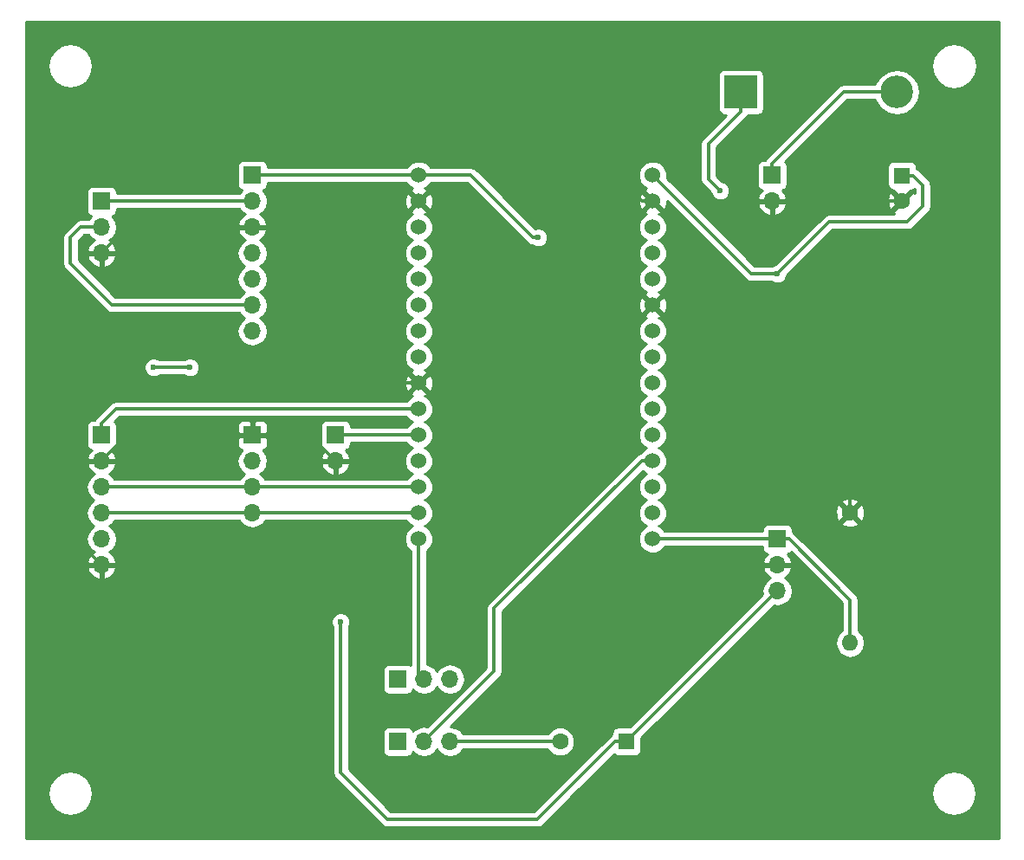
<source format=gtl>
G04 #@! TF.FileFunction,Copper,L1,Top,Signal*
%FSLAX46Y46*%
G04 Gerber Fmt 4.6, Leading zero omitted, Abs format (unit mm)*
G04 Created by KiCad (PCBNEW 4.0.6) date Tue Jun  6 10:50:41 2017*
%MOMM*%
%LPD*%
G01*
G04 APERTURE LIST*
%ADD10C,0.100000*%
%ADD11R,1.700000X1.700000*%
%ADD12O,1.700000X1.700000*%
%ADD13C,1.524000*%
%ADD14R,1.600000X1.600000*%
%ADD15C,1.600000*%
%ADD16O,1.600000X1.600000*%
%ADD17R,3.200000X3.200000*%
%ADD18O,3.200000X3.200000*%
%ADD19C,0.600000*%
%ADD20C,0.300000*%
%ADD21C,0.254000*%
G04 APERTURE END LIST*
D10*
D11*
X57404000Y-80264000D03*
D12*
X59944000Y-80264000D03*
X62484000Y-80264000D03*
D13*
X82296000Y-66548000D03*
X82296000Y-64008000D03*
X82296000Y-61468000D03*
X82296000Y-58928000D03*
X82296000Y-56388000D03*
X82296000Y-53848000D03*
X82296000Y-51308000D03*
X82296000Y-48768000D03*
X82296000Y-46228000D03*
X82296000Y-43688000D03*
X82296000Y-41148000D03*
X82296000Y-38608000D03*
X82296000Y-36068000D03*
X82296000Y-33528000D03*
X82296000Y-30988000D03*
X59436000Y-30988000D03*
X59436000Y-33528000D03*
X59436000Y-36068000D03*
X59436000Y-38608000D03*
X59436000Y-41148000D03*
X59436000Y-43688000D03*
X59436000Y-46228000D03*
X59436000Y-48768000D03*
X59436000Y-51308000D03*
X59436000Y-53848000D03*
X59436000Y-56388000D03*
X59436000Y-58928000D03*
X59436000Y-61468000D03*
X59436000Y-64008000D03*
X59436000Y-66548000D03*
D14*
X106680000Y-31028000D03*
D15*
X106680000Y-33528000D03*
D11*
X94488000Y-66548000D03*
D12*
X94488000Y-69088000D03*
X94488000Y-71628000D03*
D11*
X43180000Y-30988000D03*
D12*
X43180000Y-33528000D03*
X43180000Y-36068000D03*
X43180000Y-38608000D03*
X43180000Y-41148000D03*
X43180000Y-43688000D03*
X43180000Y-46228000D03*
D11*
X93980000Y-30988000D03*
D12*
X93980000Y-33528000D03*
D11*
X43180000Y-56388000D03*
D12*
X43180000Y-58928000D03*
X43180000Y-61468000D03*
X43180000Y-64008000D03*
D11*
X28448000Y-33528000D03*
D12*
X28448000Y-36068000D03*
X28448000Y-38608000D03*
D11*
X57404000Y-86360000D03*
D12*
X59944000Y-86360000D03*
X62484000Y-86360000D03*
D14*
X79756000Y-86360000D03*
D15*
X73256000Y-86360000D03*
X101600000Y-64008000D03*
D16*
X101600000Y-76708000D03*
D11*
X51308000Y-56388000D03*
D12*
X51308000Y-58928000D03*
D11*
X28448000Y-56388000D03*
D12*
X28448000Y-58928000D03*
X28448000Y-61468000D03*
X28448000Y-64008000D03*
X28448000Y-66548000D03*
X28448000Y-69088000D03*
D17*
X90932000Y-22860000D03*
D18*
X106172000Y-22860000D03*
D19*
X86106000Y-27432000D03*
X71120000Y-37084000D03*
X94488000Y-40640000D03*
X88900000Y-32512000D03*
X51816000Y-74676000D03*
X33528000Y-49784000D03*
X37084000Y-49784000D03*
D20*
X84836000Y-66548000D02*
X82296000Y-66548000D01*
X94488000Y-66548000D02*
X95638000Y-66548000D01*
X101600000Y-72510000D02*
X101600000Y-75576630D01*
X95638000Y-66548000D02*
X101600000Y-72510000D01*
X101600000Y-75576630D02*
X101600000Y-76708000D01*
X84836000Y-66548000D02*
X94488000Y-66548000D01*
X29464000Y-51308000D02*
X56642000Y-51308000D01*
X56642000Y-51308000D02*
X56896000Y-51308000D01*
X59436000Y-51308000D02*
X56642000Y-51308000D01*
X80010000Y-28448000D02*
X81026000Y-27432000D01*
X81026000Y-27432000D02*
X86106000Y-27432000D01*
X80010000Y-31480238D02*
X80010000Y-28448000D01*
X80010000Y-32319630D02*
X80010000Y-31480238D01*
X82296000Y-33528000D02*
X81218370Y-33528000D01*
X81218370Y-33528000D02*
X80010000Y-32319630D01*
X101600000Y-64008000D02*
X101600000Y-60452000D01*
X93980000Y-33528000D02*
X106680000Y-33528000D01*
X93980000Y-34544000D02*
X93980000Y-33528000D01*
X28448000Y-69088000D02*
X26416000Y-67056000D01*
X26416000Y-67056000D02*
X26416000Y-58420000D01*
X26416000Y-54356000D02*
X29464000Y-51308000D01*
X26416000Y-58420000D02*
X26416000Y-54356000D01*
X26924000Y-58928000D02*
X26416000Y-58420000D01*
X28448000Y-58928000D02*
X26924000Y-58928000D01*
X43180000Y-56388000D02*
X48768000Y-56388000D01*
X48768000Y-56388000D02*
X51308000Y-58928000D01*
X28448000Y-58928000D02*
X30988000Y-56388000D01*
X30988000Y-56388000D02*
X43180000Y-56388000D01*
X43180000Y-36068000D02*
X30988000Y-36068000D01*
X30988000Y-36068000D02*
X28448000Y-38608000D01*
X94020000Y-33488000D02*
X93980000Y-33528000D01*
X59436000Y-53848000D02*
X29838000Y-53848000D01*
X29838000Y-53848000D02*
X28448000Y-55238000D01*
X28448000Y-55238000D02*
X28448000Y-56388000D01*
X64516000Y-30988000D02*
X70612000Y-37084000D01*
X70612000Y-37084000D02*
X71120000Y-37084000D01*
X59436000Y-30988000D02*
X64516000Y-30988000D01*
X43180000Y-30988000D02*
X44330000Y-30988000D01*
X44330000Y-30988000D02*
X59436000Y-30988000D01*
X94488000Y-40640000D02*
X91948000Y-40640000D01*
X91948000Y-40640000D02*
X82296000Y-30988000D01*
X79756000Y-86360000D02*
X94488000Y-71628000D01*
X90932000Y-22860000D02*
X90932000Y-24760000D01*
X90932000Y-24760000D02*
X87752000Y-27940000D01*
X87752000Y-27940000D02*
X87752000Y-30988000D01*
X87752000Y-30988000D02*
X87752000Y-31364000D01*
X87752000Y-31364000D02*
X88900000Y-32512000D01*
X106680000Y-31028000D02*
X107780000Y-31028000D01*
X107780000Y-31028000D02*
X108712000Y-31960000D01*
X108712000Y-31960000D02*
X108712000Y-34036000D01*
X107188000Y-35560000D02*
X99568000Y-35560000D01*
X108712000Y-34036000D02*
X107188000Y-35560000D01*
X99568000Y-35560000D02*
X94488000Y-40640000D01*
X106640000Y-30988000D02*
X106680000Y-31028000D01*
X56388000Y-93980000D02*
X71036000Y-93980000D01*
X71036000Y-93980000D02*
X78656000Y-86360000D01*
X78656000Y-86360000D02*
X79756000Y-86360000D01*
X51816000Y-89408000D02*
X56388000Y-93980000D01*
X51816000Y-74676000D02*
X51816000Y-89408000D01*
X28448000Y-33528000D02*
X29598000Y-33528000D01*
X28448000Y-33528000D02*
X43180000Y-33528000D01*
X59436000Y-64008000D02*
X55818370Y-64008000D01*
X55818370Y-64008000D02*
X43180000Y-64008000D01*
X43180000Y-64008000D02*
X28448000Y-64008000D01*
X43180000Y-61468000D02*
X56642000Y-61468000D01*
X56642000Y-61468000D02*
X56896000Y-61468000D01*
X59436000Y-61468000D02*
X58358370Y-61468000D01*
X58358370Y-61468000D02*
X56642000Y-61468000D01*
X37084000Y-49784000D02*
X33528000Y-49784000D01*
X28448000Y-61468000D02*
X43180000Y-61468000D01*
X43180000Y-43688000D02*
X29464000Y-43688000D01*
X29464000Y-43688000D02*
X25400000Y-39624000D01*
X26416000Y-36068000D02*
X28448000Y-36068000D01*
X25400000Y-39624000D02*
X25400000Y-37084000D01*
X25400000Y-37084000D02*
X26416000Y-36068000D01*
X59436000Y-66548000D02*
X59436000Y-79756000D01*
X59436000Y-79756000D02*
X59944000Y-80264000D01*
X66802000Y-73344370D02*
X66802000Y-79502000D01*
X66802000Y-79502000D02*
X59944000Y-86360000D01*
X82296000Y-58928000D02*
X81218370Y-58928000D01*
X81218370Y-58928000D02*
X66802000Y-73344370D01*
X62484000Y-86360000D02*
X73256000Y-86360000D01*
X59436000Y-56388000D02*
X52458000Y-56388000D01*
X52458000Y-56388000D02*
X51308000Y-56388000D01*
X106172000Y-22860000D02*
X100958000Y-22860000D01*
X100958000Y-22860000D02*
X93980000Y-29838000D01*
X93980000Y-29838000D02*
X93980000Y-30988000D01*
D21*
G36*
X116130000Y-95810000D02*
X21030000Y-95810000D01*
X21030000Y-91440000D01*
X23190000Y-91440000D01*
X23358226Y-92285730D01*
X23837294Y-93002706D01*
X24554270Y-93481774D01*
X25400000Y-93650000D01*
X26245730Y-93481774D01*
X26962706Y-93002706D01*
X27441774Y-92285730D01*
X27610000Y-91440000D01*
X27441774Y-90594270D01*
X26962706Y-89877294D01*
X26245730Y-89398226D01*
X25400000Y-89230000D01*
X24554270Y-89398226D01*
X23837294Y-89877294D01*
X23358226Y-90594270D01*
X23190000Y-91440000D01*
X21030000Y-91440000D01*
X21030000Y-74861167D01*
X50880838Y-74861167D01*
X51022883Y-75204943D01*
X51031000Y-75213074D01*
X51031000Y-89408000D01*
X51090755Y-89708407D01*
X51260921Y-89963079D01*
X55832921Y-94535079D01*
X56087594Y-94705245D01*
X56388000Y-94765000D01*
X71036000Y-94765000D01*
X71336407Y-94705245D01*
X71591079Y-94535079D01*
X74686158Y-91440000D01*
X109550000Y-91440000D01*
X109718226Y-92285730D01*
X110197294Y-93002706D01*
X110914270Y-93481774D01*
X111760000Y-93650000D01*
X112605730Y-93481774D01*
X113322706Y-93002706D01*
X113801774Y-92285730D01*
X113970000Y-91440000D01*
X113801774Y-90594270D01*
X113322706Y-89877294D01*
X112605730Y-89398226D01*
X111760000Y-89230000D01*
X110914270Y-89398226D01*
X110197294Y-89877294D01*
X109718226Y-90594270D01*
X109550000Y-91440000D01*
X74686158Y-91440000D01*
X78505459Y-87620699D01*
X78704110Y-87756431D01*
X78956000Y-87807440D01*
X80556000Y-87807440D01*
X80791317Y-87763162D01*
X81007441Y-87624090D01*
X81152431Y-87411890D01*
X81203440Y-87160000D01*
X81203440Y-86022718D01*
X94170521Y-73055637D01*
X94458907Y-73113000D01*
X94517093Y-73113000D01*
X95085378Y-72999961D01*
X95567147Y-72678054D01*
X95889054Y-72196285D01*
X96002093Y-71628000D01*
X95889054Y-71059715D01*
X95567147Y-70577946D01*
X95226447Y-70350298D01*
X95369358Y-70283183D01*
X95759645Y-69854924D01*
X95929476Y-69444890D01*
X95808155Y-69215000D01*
X94615000Y-69215000D01*
X94615000Y-69235000D01*
X94361000Y-69235000D01*
X94361000Y-69215000D01*
X93167845Y-69215000D01*
X93046524Y-69444890D01*
X93216355Y-69854924D01*
X93606642Y-70283183D01*
X93749553Y-70350298D01*
X93408853Y-70577946D01*
X93086946Y-71059715D01*
X92973907Y-71628000D01*
X93040924Y-71964918D01*
X80093282Y-84912560D01*
X78956000Y-84912560D01*
X78720683Y-84956838D01*
X78504559Y-85095910D01*
X78359569Y-85308110D01*
X78308560Y-85560000D01*
X78308560Y-85666181D01*
X78100921Y-85804921D01*
X70710842Y-93195000D01*
X56713158Y-93195000D01*
X52601000Y-89082842D01*
X52601000Y-85510000D01*
X55906560Y-85510000D01*
X55906560Y-87210000D01*
X55950838Y-87445317D01*
X56089910Y-87661441D01*
X56302110Y-87806431D01*
X56554000Y-87857440D01*
X58254000Y-87857440D01*
X58489317Y-87813162D01*
X58705441Y-87674090D01*
X58850431Y-87461890D01*
X58864086Y-87394459D01*
X58893946Y-87439147D01*
X59375715Y-87761054D01*
X59944000Y-87874093D01*
X60512285Y-87761054D01*
X60994054Y-87439147D01*
X61214000Y-87109974D01*
X61433946Y-87439147D01*
X61915715Y-87761054D01*
X62484000Y-87874093D01*
X63052285Y-87761054D01*
X63534054Y-87439147D01*
X63730596Y-87145000D01*
X72027683Y-87145000D01*
X72038757Y-87171800D01*
X72442077Y-87575824D01*
X72969309Y-87794750D01*
X73540187Y-87795248D01*
X74067800Y-87577243D01*
X74471824Y-87173923D01*
X74690750Y-86646691D01*
X74691248Y-86075813D01*
X74473243Y-85548200D01*
X74069923Y-85144176D01*
X73542691Y-84925250D01*
X72971813Y-84924752D01*
X72444200Y-85142757D01*
X72040176Y-85546077D01*
X72028166Y-85575000D01*
X63730596Y-85575000D01*
X63534054Y-85280853D01*
X63052285Y-84958946D01*
X62554273Y-84859885D01*
X67357079Y-80057079D01*
X67527245Y-79802406D01*
X67587001Y-79502000D01*
X67587000Y-79501995D01*
X67587000Y-73669528D01*
X81324421Y-59932107D01*
X81503630Y-60111629D01*
X81711512Y-60197949D01*
X81505697Y-60282990D01*
X81112371Y-60675630D01*
X80899243Y-61188900D01*
X80898758Y-61744661D01*
X81110990Y-62258303D01*
X81503630Y-62651629D01*
X81711512Y-62737949D01*
X81505697Y-62822990D01*
X81112371Y-63215630D01*
X80899243Y-63728900D01*
X80898758Y-64284661D01*
X81110990Y-64798303D01*
X81503630Y-65191629D01*
X81711512Y-65277949D01*
X81505697Y-65362990D01*
X81112371Y-65755630D01*
X80899243Y-66268900D01*
X80898758Y-66824661D01*
X81110990Y-67338303D01*
X81503630Y-67731629D01*
X82016900Y-67944757D01*
X82572661Y-67945242D01*
X83086303Y-67733010D01*
X83479629Y-67340370D01*
X83482689Y-67333000D01*
X92990560Y-67333000D01*
X92990560Y-67398000D01*
X93034838Y-67633317D01*
X93173910Y-67849441D01*
X93386110Y-67994431D01*
X93494107Y-68016301D01*
X93216355Y-68321076D01*
X93046524Y-68731110D01*
X93167845Y-68961000D01*
X94361000Y-68961000D01*
X94361000Y-68941000D01*
X94615000Y-68941000D01*
X94615000Y-68961000D01*
X95808155Y-68961000D01*
X95929476Y-68731110D01*
X95759645Y-68321076D01*
X95483499Y-68018063D01*
X95573317Y-68001162D01*
X95789441Y-67862090D01*
X95810748Y-67830906D01*
X100815000Y-72835158D01*
X100815000Y-75511709D01*
X100585302Y-75665189D01*
X100274233Y-76130736D01*
X100165000Y-76679887D01*
X100165000Y-76736113D01*
X100274233Y-77285264D01*
X100585302Y-77750811D01*
X101050849Y-78061880D01*
X101600000Y-78171113D01*
X102149151Y-78061880D01*
X102614698Y-77750811D01*
X102925767Y-77285264D01*
X103035000Y-76736113D01*
X103035000Y-76679887D01*
X102925767Y-76130736D01*
X102614698Y-75665189D01*
X102385000Y-75511709D01*
X102385000Y-72510000D01*
X102325245Y-72209594D01*
X102325245Y-72209593D01*
X102155079Y-71954921D01*
X96193079Y-65992921D01*
X95985440Y-65854181D01*
X95985440Y-65698000D01*
X95941162Y-65462683D01*
X95802090Y-65246559D01*
X95589890Y-65101569D01*
X95338000Y-65050560D01*
X93638000Y-65050560D01*
X93402683Y-65094838D01*
X93186559Y-65233910D01*
X93041569Y-65446110D01*
X92990560Y-65698000D01*
X92990560Y-65763000D01*
X83483201Y-65763000D01*
X83481010Y-65757697D01*
X83088370Y-65364371D01*
X82880488Y-65278051D01*
X83086303Y-65193010D01*
X83263877Y-65015745D01*
X100771861Y-65015745D01*
X100845995Y-65261864D01*
X101383223Y-65454965D01*
X101953454Y-65427778D01*
X102354005Y-65261864D01*
X102428139Y-65015745D01*
X101600000Y-64187605D01*
X100771861Y-65015745D01*
X83263877Y-65015745D01*
X83479629Y-64800370D01*
X83692757Y-64287100D01*
X83693189Y-63791223D01*
X100153035Y-63791223D01*
X100180222Y-64361454D01*
X100346136Y-64762005D01*
X100592255Y-64836139D01*
X101420395Y-64008000D01*
X101779605Y-64008000D01*
X102607745Y-64836139D01*
X102853864Y-64762005D01*
X103046965Y-64224777D01*
X103019778Y-63654546D01*
X102853864Y-63253995D01*
X102607745Y-63179861D01*
X101779605Y-64008000D01*
X101420395Y-64008000D01*
X100592255Y-63179861D01*
X100346136Y-63253995D01*
X100153035Y-63791223D01*
X83693189Y-63791223D01*
X83693242Y-63731339D01*
X83481010Y-63217697D01*
X83263948Y-63000255D01*
X100771861Y-63000255D01*
X101600000Y-63828395D01*
X102428139Y-63000255D01*
X102354005Y-62754136D01*
X101816777Y-62561035D01*
X101246546Y-62588222D01*
X100845995Y-62754136D01*
X100771861Y-63000255D01*
X83263948Y-63000255D01*
X83088370Y-62824371D01*
X82880488Y-62738051D01*
X83086303Y-62653010D01*
X83479629Y-62260370D01*
X83692757Y-61747100D01*
X83693242Y-61191339D01*
X83481010Y-60677697D01*
X83088370Y-60284371D01*
X82880488Y-60198051D01*
X83086303Y-60113010D01*
X83479629Y-59720370D01*
X83692757Y-59207100D01*
X83693242Y-58651339D01*
X83481010Y-58137697D01*
X83088370Y-57744371D01*
X82880488Y-57658051D01*
X83086303Y-57573010D01*
X83479629Y-57180370D01*
X83692757Y-56667100D01*
X83693242Y-56111339D01*
X83481010Y-55597697D01*
X83088370Y-55204371D01*
X82880488Y-55118051D01*
X83086303Y-55033010D01*
X83479629Y-54640370D01*
X83692757Y-54127100D01*
X83693242Y-53571339D01*
X83481010Y-53057697D01*
X83088370Y-52664371D01*
X82880488Y-52578051D01*
X83086303Y-52493010D01*
X83479629Y-52100370D01*
X83692757Y-51587100D01*
X83693242Y-51031339D01*
X83481010Y-50517697D01*
X83088370Y-50124371D01*
X82880488Y-50038051D01*
X83086303Y-49953010D01*
X83479629Y-49560370D01*
X83692757Y-49047100D01*
X83693242Y-48491339D01*
X83481010Y-47977697D01*
X83088370Y-47584371D01*
X82880488Y-47498051D01*
X83086303Y-47413010D01*
X83479629Y-47020370D01*
X83692757Y-46507100D01*
X83693242Y-45951339D01*
X83481010Y-45437697D01*
X83088370Y-45044371D01*
X82896273Y-44964605D01*
X83027143Y-44910397D01*
X83096608Y-44668213D01*
X82296000Y-43867605D01*
X81495392Y-44668213D01*
X81564857Y-44910397D01*
X81705318Y-44960509D01*
X81505697Y-45042990D01*
X81112371Y-45435630D01*
X80899243Y-45948900D01*
X80898758Y-46504661D01*
X81110990Y-47018303D01*
X81503630Y-47411629D01*
X81711512Y-47497949D01*
X81505697Y-47582990D01*
X81112371Y-47975630D01*
X80899243Y-48488900D01*
X80898758Y-49044661D01*
X81110990Y-49558303D01*
X81503630Y-49951629D01*
X81711512Y-50037949D01*
X81505697Y-50122990D01*
X81112371Y-50515630D01*
X80899243Y-51028900D01*
X80898758Y-51584661D01*
X81110990Y-52098303D01*
X81503630Y-52491629D01*
X81711512Y-52577949D01*
X81505697Y-52662990D01*
X81112371Y-53055630D01*
X80899243Y-53568900D01*
X80898758Y-54124661D01*
X81110990Y-54638303D01*
X81503630Y-55031629D01*
X81711512Y-55117949D01*
X81505697Y-55202990D01*
X81112371Y-55595630D01*
X80899243Y-56108900D01*
X80898758Y-56664661D01*
X81110990Y-57178303D01*
X81503630Y-57571629D01*
X81711512Y-57657949D01*
X81505697Y-57742990D01*
X81112371Y-58135630D01*
X81099492Y-58166646D01*
X80917963Y-58202755D01*
X80663291Y-58372921D01*
X66246921Y-72789291D01*
X66076755Y-73043963D01*
X66026820Y-73295000D01*
X66017000Y-73344370D01*
X66017000Y-79176842D01*
X60280918Y-84912924D01*
X59944000Y-84845907D01*
X59375715Y-84958946D01*
X58893946Y-85280853D01*
X58866150Y-85322452D01*
X58857162Y-85274683D01*
X58718090Y-85058559D01*
X58505890Y-84913569D01*
X58254000Y-84862560D01*
X56554000Y-84862560D01*
X56318683Y-84906838D01*
X56102559Y-85045910D01*
X55957569Y-85258110D01*
X55906560Y-85510000D01*
X52601000Y-85510000D01*
X52601000Y-75213506D01*
X52608192Y-75206327D01*
X52750838Y-74862799D01*
X52751162Y-74490833D01*
X52609117Y-74147057D01*
X52346327Y-73883808D01*
X52002799Y-73741162D01*
X51630833Y-73740838D01*
X51287057Y-73882883D01*
X51023808Y-74145673D01*
X50881162Y-74489201D01*
X50880838Y-74861167D01*
X21030000Y-74861167D01*
X21030000Y-69444890D01*
X27006524Y-69444890D01*
X27176355Y-69854924D01*
X27566642Y-70283183D01*
X28091108Y-70529486D01*
X28321000Y-70408819D01*
X28321000Y-69215000D01*
X28575000Y-69215000D01*
X28575000Y-70408819D01*
X28804892Y-70529486D01*
X29329358Y-70283183D01*
X29719645Y-69854924D01*
X29889476Y-69444890D01*
X29768155Y-69215000D01*
X28575000Y-69215000D01*
X28321000Y-69215000D01*
X27127845Y-69215000D01*
X27006524Y-69444890D01*
X21030000Y-69444890D01*
X21030000Y-61468000D01*
X26933907Y-61468000D01*
X27046946Y-62036285D01*
X27368853Y-62518054D01*
X27698026Y-62738000D01*
X27368853Y-62957946D01*
X27046946Y-63439715D01*
X26933907Y-64008000D01*
X27046946Y-64576285D01*
X27368853Y-65058054D01*
X27698026Y-65278000D01*
X27368853Y-65497946D01*
X27046946Y-65979715D01*
X26933907Y-66548000D01*
X27046946Y-67116285D01*
X27368853Y-67598054D01*
X27709553Y-67825702D01*
X27566642Y-67892817D01*
X27176355Y-68321076D01*
X27006524Y-68731110D01*
X27127845Y-68961000D01*
X28321000Y-68961000D01*
X28321000Y-68941000D01*
X28575000Y-68941000D01*
X28575000Y-68961000D01*
X29768155Y-68961000D01*
X29889476Y-68731110D01*
X29719645Y-68321076D01*
X29329358Y-67892817D01*
X29186447Y-67825702D01*
X29527147Y-67598054D01*
X29849054Y-67116285D01*
X29962093Y-66548000D01*
X29849054Y-65979715D01*
X29527147Y-65497946D01*
X29197974Y-65278000D01*
X29527147Y-65058054D01*
X29704250Y-64793000D01*
X41923750Y-64793000D01*
X42100853Y-65058054D01*
X42582622Y-65379961D01*
X43150907Y-65493000D01*
X43209093Y-65493000D01*
X43777378Y-65379961D01*
X44259147Y-65058054D01*
X44436250Y-64793000D01*
X58248799Y-64793000D01*
X58250990Y-64798303D01*
X58643630Y-65191629D01*
X58851512Y-65277949D01*
X58645697Y-65362990D01*
X58252371Y-65755630D01*
X58039243Y-66268900D01*
X58038758Y-66824661D01*
X58250990Y-67338303D01*
X58643630Y-67731629D01*
X58651000Y-67734689D01*
X58651000Y-78916718D01*
X58505890Y-78817569D01*
X58254000Y-78766560D01*
X56554000Y-78766560D01*
X56318683Y-78810838D01*
X56102559Y-78949910D01*
X55957569Y-79162110D01*
X55906560Y-79414000D01*
X55906560Y-81114000D01*
X55950838Y-81349317D01*
X56089910Y-81565441D01*
X56302110Y-81710431D01*
X56554000Y-81761440D01*
X58254000Y-81761440D01*
X58489317Y-81717162D01*
X58705441Y-81578090D01*
X58850431Y-81365890D01*
X58864086Y-81298459D01*
X58893946Y-81343147D01*
X59375715Y-81665054D01*
X59944000Y-81778093D01*
X60512285Y-81665054D01*
X60994054Y-81343147D01*
X61214000Y-81013974D01*
X61433946Y-81343147D01*
X61915715Y-81665054D01*
X62484000Y-81778093D01*
X63052285Y-81665054D01*
X63534054Y-81343147D01*
X63855961Y-80861378D01*
X63969000Y-80293093D01*
X63969000Y-80234907D01*
X63855961Y-79666622D01*
X63534054Y-79184853D01*
X63052285Y-78862946D01*
X62484000Y-78749907D01*
X61915715Y-78862946D01*
X61433946Y-79184853D01*
X61214000Y-79514026D01*
X60994054Y-79184853D01*
X60512285Y-78862946D01*
X60221000Y-78805006D01*
X60221000Y-67735201D01*
X60226303Y-67733010D01*
X60619629Y-67340370D01*
X60832757Y-66827100D01*
X60833242Y-66271339D01*
X60621010Y-65757697D01*
X60228370Y-65364371D01*
X60020488Y-65278051D01*
X60226303Y-65193010D01*
X60619629Y-64800370D01*
X60832757Y-64287100D01*
X60833242Y-63731339D01*
X60621010Y-63217697D01*
X60228370Y-62824371D01*
X60020488Y-62738051D01*
X60226303Y-62653010D01*
X60619629Y-62260370D01*
X60832757Y-61747100D01*
X60833242Y-61191339D01*
X60621010Y-60677697D01*
X60228370Y-60284371D01*
X60020488Y-60198051D01*
X60226303Y-60113010D01*
X60619629Y-59720370D01*
X60832757Y-59207100D01*
X60833242Y-58651339D01*
X60621010Y-58137697D01*
X60228370Y-57744371D01*
X60020488Y-57658051D01*
X60226303Y-57573010D01*
X60619629Y-57180370D01*
X60832757Y-56667100D01*
X60833242Y-56111339D01*
X60621010Y-55597697D01*
X60228370Y-55204371D01*
X60020488Y-55118051D01*
X60226303Y-55033010D01*
X60619629Y-54640370D01*
X60832757Y-54127100D01*
X60833242Y-53571339D01*
X60621010Y-53057697D01*
X60228370Y-52664371D01*
X60036273Y-52584605D01*
X60167143Y-52530397D01*
X60236608Y-52288213D01*
X59436000Y-51487605D01*
X58635392Y-52288213D01*
X58704857Y-52530397D01*
X58845318Y-52580509D01*
X58645697Y-52662990D01*
X58252371Y-53055630D01*
X58249311Y-53063000D01*
X29838000Y-53063000D01*
X29537594Y-53122755D01*
X29282921Y-53292921D01*
X27892921Y-54682921D01*
X27754181Y-54890560D01*
X27598000Y-54890560D01*
X27362683Y-54934838D01*
X27146559Y-55073910D01*
X27001569Y-55286110D01*
X26950560Y-55538000D01*
X26950560Y-57238000D01*
X26994838Y-57473317D01*
X27133910Y-57689441D01*
X27346110Y-57834431D01*
X27454107Y-57856301D01*
X27176355Y-58161076D01*
X27006524Y-58571110D01*
X27127845Y-58801000D01*
X28321000Y-58801000D01*
X28321000Y-58781000D01*
X28575000Y-58781000D01*
X28575000Y-58801000D01*
X29768155Y-58801000D01*
X29889476Y-58571110D01*
X29719645Y-58161076D01*
X29443499Y-57858063D01*
X29533317Y-57841162D01*
X29749441Y-57702090D01*
X29894431Y-57489890D01*
X29945440Y-57238000D01*
X29945440Y-55538000D01*
X29921674Y-55411690D01*
X41695000Y-55411690D01*
X41695000Y-56102250D01*
X41853750Y-56261000D01*
X43053000Y-56261000D01*
X43053000Y-55061750D01*
X43307000Y-55061750D01*
X43307000Y-56261000D01*
X44506250Y-56261000D01*
X44665000Y-56102250D01*
X44665000Y-55411690D01*
X44568327Y-55178301D01*
X44389698Y-54999673D01*
X44156309Y-54903000D01*
X43465750Y-54903000D01*
X43307000Y-55061750D01*
X43053000Y-55061750D01*
X42894250Y-54903000D01*
X42203691Y-54903000D01*
X41970302Y-54999673D01*
X41791673Y-55178301D01*
X41695000Y-55411690D01*
X29921674Y-55411690D01*
X29901162Y-55302683D01*
X29762090Y-55086559D01*
X29730906Y-55065252D01*
X30163158Y-54633000D01*
X58248799Y-54633000D01*
X58250990Y-54638303D01*
X58643630Y-55031629D01*
X58851512Y-55117949D01*
X58645697Y-55202990D01*
X58252371Y-55595630D01*
X58249311Y-55603000D01*
X52805440Y-55603000D01*
X52805440Y-55538000D01*
X52761162Y-55302683D01*
X52622090Y-55086559D01*
X52409890Y-54941569D01*
X52158000Y-54890560D01*
X50458000Y-54890560D01*
X50222683Y-54934838D01*
X50006559Y-55073910D01*
X49861569Y-55286110D01*
X49810560Y-55538000D01*
X49810560Y-57238000D01*
X49854838Y-57473317D01*
X49993910Y-57689441D01*
X50206110Y-57834431D01*
X50314107Y-57856301D01*
X50036355Y-58161076D01*
X49866524Y-58571110D01*
X49987845Y-58801000D01*
X51181000Y-58801000D01*
X51181000Y-58781000D01*
X51435000Y-58781000D01*
X51435000Y-58801000D01*
X52628155Y-58801000D01*
X52749476Y-58571110D01*
X52579645Y-58161076D01*
X52303499Y-57858063D01*
X52393317Y-57841162D01*
X52609441Y-57702090D01*
X52754431Y-57489890D01*
X52805440Y-57238000D01*
X52805440Y-57173000D01*
X58248799Y-57173000D01*
X58250990Y-57178303D01*
X58643630Y-57571629D01*
X58851512Y-57657949D01*
X58645697Y-57742990D01*
X58252371Y-58135630D01*
X58039243Y-58648900D01*
X58038758Y-59204661D01*
X58250990Y-59718303D01*
X58643630Y-60111629D01*
X58851512Y-60197949D01*
X58645697Y-60282990D01*
X58252371Y-60675630D01*
X58249311Y-60683000D01*
X44436250Y-60683000D01*
X44259147Y-60417946D01*
X43929974Y-60198000D01*
X44259147Y-59978054D01*
X44581054Y-59496285D01*
X44623103Y-59284890D01*
X49866524Y-59284890D01*
X50036355Y-59694924D01*
X50426642Y-60123183D01*
X50951108Y-60369486D01*
X51181000Y-60248819D01*
X51181000Y-59055000D01*
X51435000Y-59055000D01*
X51435000Y-60248819D01*
X51664892Y-60369486D01*
X52189358Y-60123183D01*
X52579645Y-59694924D01*
X52749476Y-59284890D01*
X52628155Y-59055000D01*
X51435000Y-59055000D01*
X51181000Y-59055000D01*
X49987845Y-59055000D01*
X49866524Y-59284890D01*
X44623103Y-59284890D01*
X44694093Y-58928000D01*
X44581054Y-58359715D01*
X44259147Y-57877946D01*
X44215223Y-57848597D01*
X44389698Y-57776327D01*
X44568327Y-57597699D01*
X44665000Y-57364310D01*
X44665000Y-56673750D01*
X44506250Y-56515000D01*
X43307000Y-56515000D01*
X43307000Y-56535000D01*
X43053000Y-56535000D01*
X43053000Y-56515000D01*
X41853750Y-56515000D01*
X41695000Y-56673750D01*
X41695000Y-57364310D01*
X41791673Y-57597699D01*
X41970302Y-57776327D01*
X42144777Y-57848597D01*
X42100853Y-57877946D01*
X41778946Y-58359715D01*
X41665907Y-58928000D01*
X41778946Y-59496285D01*
X42100853Y-59978054D01*
X42430026Y-60198000D01*
X42100853Y-60417946D01*
X41923750Y-60683000D01*
X29704250Y-60683000D01*
X29527147Y-60417946D01*
X29186447Y-60190298D01*
X29329358Y-60123183D01*
X29719645Y-59694924D01*
X29889476Y-59284890D01*
X29768155Y-59055000D01*
X28575000Y-59055000D01*
X28575000Y-59075000D01*
X28321000Y-59075000D01*
X28321000Y-59055000D01*
X27127845Y-59055000D01*
X27006524Y-59284890D01*
X27176355Y-59694924D01*
X27566642Y-60123183D01*
X27709553Y-60190298D01*
X27368853Y-60417946D01*
X27046946Y-60899715D01*
X26933907Y-61468000D01*
X21030000Y-61468000D01*
X21030000Y-51100302D01*
X58026856Y-51100302D01*
X58054638Y-51655368D01*
X58213603Y-52039143D01*
X58455787Y-52108608D01*
X59256395Y-51308000D01*
X59615605Y-51308000D01*
X60416213Y-52108608D01*
X60658397Y-52039143D01*
X60845144Y-51515698D01*
X60817362Y-50960632D01*
X60658397Y-50576857D01*
X60416213Y-50507392D01*
X59615605Y-51308000D01*
X59256395Y-51308000D01*
X58455787Y-50507392D01*
X58213603Y-50576857D01*
X58026856Y-51100302D01*
X21030000Y-51100302D01*
X21030000Y-49969167D01*
X32592838Y-49969167D01*
X32734883Y-50312943D01*
X32997673Y-50576192D01*
X33341201Y-50718838D01*
X33713167Y-50719162D01*
X34056943Y-50577117D01*
X34065074Y-50569000D01*
X36546494Y-50569000D01*
X36553673Y-50576192D01*
X36897201Y-50718838D01*
X37269167Y-50719162D01*
X37612943Y-50577117D01*
X37876192Y-50314327D01*
X38018838Y-49970799D01*
X38019162Y-49598833D01*
X37877117Y-49255057D01*
X37614327Y-48991808D01*
X37270799Y-48849162D01*
X36898833Y-48848838D01*
X36555057Y-48990883D01*
X36546926Y-48999000D01*
X34065506Y-48999000D01*
X34058327Y-48991808D01*
X33714799Y-48849162D01*
X33342833Y-48848838D01*
X32999057Y-48990883D01*
X32735808Y-49253673D01*
X32593162Y-49597201D01*
X32592838Y-49969167D01*
X21030000Y-49969167D01*
X21030000Y-37084000D01*
X24615000Y-37084000D01*
X24615000Y-39624000D01*
X24674755Y-39924407D01*
X24844921Y-40179079D01*
X28908921Y-44243079D01*
X29163594Y-44413245D01*
X29464000Y-44473000D01*
X41923750Y-44473000D01*
X42100853Y-44738054D01*
X42430026Y-44958000D01*
X42100853Y-45177946D01*
X41778946Y-45659715D01*
X41665907Y-46228000D01*
X41778946Y-46796285D01*
X42100853Y-47278054D01*
X42582622Y-47599961D01*
X43150907Y-47713000D01*
X43209093Y-47713000D01*
X43777378Y-47599961D01*
X44259147Y-47278054D01*
X44581054Y-46796285D01*
X44694093Y-46228000D01*
X44581054Y-45659715D01*
X44259147Y-45177946D01*
X43929974Y-44958000D01*
X44259147Y-44738054D01*
X44581054Y-44256285D01*
X44694093Y-43688000D01*
X44581054Y-43119715D01*
X44259147Y-42637946D01*
X43929974Y-42418000D01*
X44259147Y-42198054D01*
X44581054Y-41716285D01*
X44694093Y-41148000D01*
X44581054Y-40579715D01*
X44259147Y-40097946D01*
X43929974Y-39878000D01*
X44259147Y-39658054D01*
X44581054Y-39176285D01*
X44694093Y-38608000D01*
X44581054Y-38039715D01*
X44259147Y-37557946D01*
X43918447Y-37330298D01*
X44061358Y-37263183D01*
X44451645Y-36834924D01*
X44621476Y-36424890D01*
X44579137Y-36344661D01*
X58038758Y-36344661D01*
X58250990Y-36858303D01*
X58643630Y-37251629D01*
X58851512Y-37337949D01*
X58645697Y-37422990D01*
X58252371Y-37815630D01*
X58039243Y-38328900D01*
X58038758Y-38884661D01*
X58250990Y-39398303D01*
X58643630Y-39791629D01*
X58851512Y-39877949D01*
X58645697Y-39962990D01*
X58252371Y-40355630D01*
X58039243Y-40868900D01*
X58038758Y-41424661D01*
X58250990Y-41938303D01*
X58643630Y-42331629D01*
X58851512Y-42417949D01*
X58645697Y-42502990D01*
X58252371Y-42895630D01*
X58039243Y-43408900D01*
X58038758Y-43964661D01*
X58250990Y-44478303D01*
X58643630Y-44871629D01*
X58851512Y-44957949D01*
X58645697Y-45042990D01*
X58252371Y-45435630D01*
X58039243Y-45948900D01*
X58038758Y-46504661D01*
X58250990Y-47018303D01*
X58643630Y-47411629D01*
X58851512Y-47497949D01*
X58645697Y-47582990D01*
X58252371Y-47975630D01*
X58039243Y-48488900D01*
X58038758Y-49044661D01*
X58250990Y-49558303D01*
X58643630Y-49951629D01*
X58835727Y-50031395D01*
X58704857Y-50085603D01*
X58635392Y-50327787D01*
X59436000Y-51128395D01*
X60236608Y-50327787D01*
X60167143Y-50085603D01*
X60026682Y-50035491D01*
X60226303Y-49953010D01*
X60619629Y-49560370D01*
X60832757Y-49047100D01*
X60833242Y-48491339D01*
X60621010Y-47977697D01*
X60228370Y-47584371D01*
X60020488Y-47498051D01*
X60226303Y-47413010D01*
X60619629Y-47020370D01*
X60832757Y-46507100D01*
X60833242Y-45951339D01*
X60621010Y-45437697D01*
X60228370Y-45044371D01*
X60020488Y-44958051D01*
X60226303Y-44873010D01*
X60619629Y-44480370D01*
X60832757Y-43967100D01*
X60833181Y-43480302D01*
X80886856Y-43480302D01*
X80914638Y-44035368D01*
X81073603Y-44419143D01*
X81315787Y-44488608D01*
X82116395Y-43688000D01*
X82475605Y-43688000D01*
X83276213Y-44488608D01*
X83518397Y-44419143D01*
X83705144Y-43895698D01*
X83677362Y-43340632D01*
X83518397Y-42956857D01*
X83276213Y-42887392D01*
X82475605Y-43688000D01*
X82116395Y-43688000D01*
X81315787Y-42887392D01*
X81073603Y-42956857D01*
X80886856Y-43480302D01*
X60833181Y-43480302D01*
X60833242Y-43411339D01*
X60621010Y-42897697D01*
X60228370Y-42504371D01*
X60020488Y-42418051D01*
X60226303Y-42333010D01*
X60619629Y-41940370D01*
X60832757Y-41427100D01*
X60833242Y-40871339D01*
X60621010Y-40357697D01*
X60228370Y-39964371D01*
X60020488Y-39878051D01*
X60226303Y-39793010D01*
X60619629Y-39400370D01*
X60832757Y-38887100D01*
X60833242Y-38331339D01*
X60621010Y-37817697D01*
X60228370Y-37424371D01*
X60020488Y-37338051D01*
X60226303Y-37253010D01*
X60619629Y-36860370D01*
X60832757Y-36347100D01*
X60833242Y-35791339D01*
X60621010Y-35277697D01*
X60228370Y-34884371D01*
X60036273Y-34804605D01*
X60167143Y-34750397D01*
X60236608Y-34508213D01*
X59436000Y-33707605D01*
X58635392Y-34508213D01*
X58704857Y-34750397D01*
X58845318Y-34800509D01*
X58645697Y-34882990D01*
X58252371Y-35275630D01*
X58039243Y-35788900D01*
X58038758Y-36344661D01*
X44579137Y-36344661D01*
X44500155Y-36195000D01*
X43307000Y-36195000D01*
X43307000Y-36215000D01*
X43053000Y-36215000D01*
X43053000Y-36195000D01*
X41859845Y-36195000D01*
X41738524Y-36424890D01*
X41908355Y-36834924D01*
X42298642Y-37263183D01*
X42441553Y-37330298D01*
X42100853Y-37557946D01*
X41778946Y-38039715D01*
X41665907Y-38608000D01*
X41778946Y-39176285D01*
X42100853Y-39658054D01*
X42430026Y-39878000D01*
X42100853Y-40097946D01*
X41778946Y-40579715D01*
X41665907Y-41148000D01*
X41778946Y-41716285D01*
X42100853Y-42198054D01*
X42430026Y-42418000D01*
X42100853Y-42637946D01*
X41923750Y-42903000D01*
X29789158Y-42903000D01*
X26185000Y-39298842D01*
X26185000Y-38964890D01*
X27006524Y-38964890D01*
X27176355Y-39374924D01*
X27566642Y-39803183D01*
X28091108Y-40049486D01*
X28321000Y-39928819D01*
X28321000Y-38735000D01*
X28575000Y-38735000D01*
X28575000Y-39928819D01*
X28804892Y-40049486D01*
X29329358Y-39803183D01*
X29719645Y-39374924D01*
X29889476Y-38964890D01*
X29768155Y-38735000D01*
X28575000Y-38735000D01*
X28321000Y-38735000D01*
X27127845Y-38735000D01*
X27006524Y-38964890D01*
X26185000Y-38964890D01*
X26185000Y-37409158D01*
X26741158Y-36853000D01*
X27191750Y-36853000D01*
X27368853Y-37118054D01*
X27709553Y-37345702D01*
X27566642Y-37412817D01*
X27176355Y-37841076D01*
X27006524Y-38251110D01*
X27127845Y-38481000D01*
X28321000Y-38481000D01*
X28321000Y-38461000D01*
X28575000Y-38461000D01*
X28575000Y-38481000D01*
X29768155Y-38481000D01*
X29889476Y-38251110D01*
X29719645Y-37841076D01*
X29329358Y-37412817D01*
X29186447Y-37345702D01*
X29527147Y-37118054D01*
X29849054Y-36636285D01*
X29962093Y-36068000D01*
X29849054Y-35499715D01*
X29527147Y-35017946D01*
X29485548Y-34990150D01*
X29533317Y-34981162D01*
X29749441Y-34842090D01*
X29894431Y-34629890D01*
X29945440Y-34378000D01*
X29945440Y-34313000D01*
X41923750Y-34313000D01*
X42100853Y-34578054D01*
X42441553Y-34805702D01*
X42298642Y-34872817D01*
X41908355Y-35301076D01*
X41738524Y-35711110D01*
X41859845Y-35941000D01*
X43053000Y-35941000D01*
X43053000Y-35921000D01*
X43307000Y-35921000D01*
X43307000Y-35941000D01*
X44500155Y-35941000D01*
X44621476Y-35711110D01*
X44451645Y-35301076D01*
X44061358Y-34872817D01*
X43918447Y-34805702D01*
X44259147Y-34578054D01*
X44581054Y-34096285D01*
X44694093Y-33528000D01*
X44652780Y-33320302D01*
X58026856Y-33320302D01*
X58054638Y-33875368D01*
X58213603Y-34259143D01*
X58455787Y-34328608D01*
X59256395Y-33528000D01*
X59615605Y-33528000D01*
X60416213Y-34328608D01*
X60658397Y-34259143D01*
X60845144Y-33735698D01*
X60817362Y-33180632D01*
X60658397Y-32796857D01*
X60416213Y-32727392D01*
X59615605Y-33528000D01*
X59256395Y-33528000D01*
X58455787Y-32727392D01*
X58213603Y-32796857D01*
X58026856Y-33320302D01*
X44652780Y-33320302D01*
X44581054Y-32959715D01*
X44259147Y-32477946D01*
X44217548Y-32450150D01*
X44265317Y-32441162D01*
X44481441Y-32302090D01*
X44626431Y-32089890D01*
X44677440Y-31838000D01*
X44677440Y-31773000D01*
X58248799Y-31773000D01*
X58250990Y-31778303D01*
X58643630Y-32171629D01*
X58835727Y-32251395D01*
X58704857Y-32305603D01*
X58635392Y-32547787D01*
X59436000Y-33348395D01*
X60236608Y-32547787D01*
X60167143Y-32305603D01*
X60026682Y-32255491D01*
X60226303Y-32173010D01*
X60619629Y-31780370D01*
X60622689Y-31773000D01*
X64190842Y-31773000D01*
X70056921Y-37639079D01*
X70311594Y-37809245D01*
X70575183Y-37861677D01*
X70589673Y-37876192D01*
X70933201Y-38018838D01*
X71305167Y-38019162D01*
X71648943Y-37877117D01*
X71912192Y-37614327D01*
X72054838Y-37270799D01*
X72055162Y-36898833D01*
X71913117Y-36555057D01*
X71703088Y-36344661D01*
X80898758Y-36344661D01*
X81110990Y-36858303D01*
X81503630Y-37251629D01*
X81711512Y-37337949D01*
X81505697Y-37422990D01*
X81112371Y-37815630D01*
X80899243Y-38328900D01*
X80898758Y-38884661D01*
X81110990Y-39398303D01*
X81503630Y-39791629D01*
X81711512Y-39877949D01*
X81505697Y-39962990D01*
X81112371Y-40355630D01*
X80899243Y-40868900D01*
X80898758Y-41424661D01*
X81110990Y-41938303D01*
X81503630Y-42331629D01*
X81695727Y-42411395D01*
X81564857Y-42465603D01*
X81495392Y-42707787D01*
X82296000Y-43508395D01*
X83096608Y-42707787D01*
X83027143Y-42465603D01*
X82886682Y-42415491D01*
X83086303Y-42333010D01*
X83479629Y-41940370D01*
X83692757Y-41427100D01*
X83693242Y-40871339D01*
X83481010Y-40357697D01*
X83088370Y-39964371D01*
X82880488Y-39878051D01*
X83086303Y-39793010D01*
X83479629Y-39400370D01*
X83692757Y-38887100D01*
X83693242Y-38331339D01*
X83481010Y-37817697D01*
X83088370Y-37424371D01*
X82880488Y-37338051D01*
X83086303Y-37253010D01*
X83479629Y-36860370D01*
X83692757Y-36347100D01*
X83693242Y-35791339D01*
X83481010Y-35277697D01*
X83088370Y-34884371D01*
X82896273Y-34804605D01*
X83027143Y-34750397D01*
X83096608Y-34508213D01*
X82296000Y-33707605D01*
X81495392Y-34508213D01*
X81564857Y-34750397D01*
X81705318Y-34800509D01*
X81505697Y-34882990D01*
X81112371Y-35275630D01*
X80899243Y-35788900D01*
X80898758Y-36344661D01*
X71703088Y-36344661D01*
X71650327Y-36291808D01*
X71306799Y-36149162D01*
X70934833Y-36148838D01*
X70830221Y-36192063D01*
X67958460Y-33320302D01*
X80886856Y-33320302D01*
X80914638Y-33875368D01*
X81073603Y-34259143D01*
X81315787Y-34328608D01*
X82116395Y-33528000D01*
X81315787Y-32727392D01*
X81073603Y-32796857D01*
X80886856Y-33320302D01*
X67958460Y-33320302D01*
X65902819Y-31264661D01*
X80898758Y-31264661D01*
X81110990Y-31778303D01*
X81503630Y-32171629D01*
X81695727Y-32251395D01*
X81564857Y-32305603D01*
X81495392Y-32547787D01*
X82296000Y-33348395D01*
X82310143Y-33334253D01*
X82489748Y-33513858D01*
X82475605Y-33528000D01*
X83276213Y-34328608D01*
X83518397Y-34259143D01*
X83705144Y-33735698D01*
X83693110Y-33495268D01*
X91392921Y-41195079D01*
X91647593Y-41365245D01*
X91948000Y-41425000D01*
X93950494Y-41425000D01*
X93957673Y-41432192D01*
X94301201Y-41574838D01*
X94673167Y-41575162D01*
X95016943Y-41433117D01*
X95280192Y-41170327D01*
X95422838Y-40826799D01*
X95422848Y-40815310D01*
X99893158Y-36345000D01*
X107188000Y-36345000D01*
X107488407Y-36285245D01*
X107743079Y-36115079D01*
X109267076Y-34591081D01*
X109267079Y-34591079D01*
X109437245Y-34336406D01*
X109497000Y-34036000D01*
X109497000Y-31960000D01*
X109488860Y-31919079D01*
X109437245Y-31659593D01*
X109267079Y-31404921D01*
X108335079Y-30472921D01*
X108127440Y-30334181D01*
X108127440Y-30228000D01*
X108083162Y-29992683D01*
X107944090Y-29776559D01*
X107731890Y-29631569D01*
X107480000Y-29580560D01*
X105880000Y-29580560D01*
X105644683Y-29624838D01*
X105428559Y-29763910D01*
X105283569Y-29976110D01*
X105232560Y-30228000D01*
X105232560Y-31828000D01*
X105276838Y-32063317D01*
X105415910Y-32279441D01*
X105628110Y-32424431D01*
X105866201Y-32472646D01*
X105851861Y-32520255D01*
X106680000Y-33348395D01*
X107508139Y-32520255D01*
X107493855Y-32472833D01*
X107715317Y-32431162D01*
X107927000Y-32294948D01*
X107927000Y-32771927D01*
X107687745Y-32699861D01*
X106859605Y-33528000D01*
X106873748Y-33542142D01*
X106694142Y-33721748D01*
X106680000Y-33707605D01*
X105851861Y-34535745D01*
X105923927Y-34775000D01*
X99568000Y-34775000D01*
X99267594Y-34834755D01*
X99012921Y-35004921D01*
X94312995Y-39704847D01*
X94302833Y-39704838D01*
X93959057Y-39846883D01*
X93950926Y-39855000D01*
X92273158Y-39855000D01*
X86303048Y-33884890D01*
X92538524Y-33884890D01*
X92708355Y-34294924D01*
X93098642Y-34723183D01*
X93623108Y-34969486D01*
X93853000Y-34848819D01*
X93853000Y-33655000D01*
X94107000Y-33655000D01*
X94107000Y-34848819D01*
X94336892Y-34969486D01*
X94861358Y-34723183D01*
X95251645Y-34294924D01*
X95421476Y-33884890D01*
X95300155Y-33655000D01*
X94107000Y-33655000D01*
X93853000Y-33655000D01*
X92659845Y-33655000D01*
X92538524Y-33884890D01*
X86303048Y-33884890D01*
X83690557Y-31272399D01*
X83692757Y-31267100D01*
X83693242Y-30711339D01*
X83481010Y-30197697D01*
X83088370Y-29804371D01*
X82575100Y-29591243D01*
X82019339Y-29590758D01*
X81505697Y-29802990D01*
X81112371Y-30195630D01*
X80899243Y-30708900D01*
X80898758Y-31264661D01*
X65902819Y-31264661D01*
X65071079Y-30432921D01*
X64816407Y-30262755D01*
X64516000Y-30203000D01*
X60623201Y-30203000D01*
X60621010Y-30197697D01*
X60228370Y-29804371D01*
X59715100Y-29591243D01*
X59159339Y-29590758D01*
X58645697Y-29802990D01*
X58252371Y-30195630D01*
X58249311Y-30203000D01*
X44677440Y-30203000D01*
X44677440Y-30138000D01*
X44633162Y-29902683D01*
X44494090Y-29686559D01*
X44281890Y-29541569D01*
X44030000Y-29490560D01*
X42330000Y-29490560D01*
X42094683Y-29534838D01*
X41878559Y-29673910D01*
X41733569Y-29886110D01*
X41682560Y-30138000D01*
X41682560Y-31838000D01*
X41726838Y-32073317D01*
X41865910Y-32289441D01*
X42078110Y-32434431D01*
X42145541Y-32448086D01*
X42100853Y-32477946D01*
X41923750Y-32743000D01*
X29945440Y-32743000D01*
X29945440Y-32678000D01*
X29901162Y-32442683D01*
X29762090Y-32226559D01*
X29549890Y-32081569D01*
X29298000Y-32030560D01*
X27598000Y-32030560D01*
X27362683Y-32074838D01*
X27146559Y-32213910D01*
X27001569Y-32426110D01*
X26950560Y-32678000D01*
X26950560Y-34378000D01*
X26994838Y-34613317D01*
X27133910Y-34829441D01*
X27346110Y-34974431D01*
X27413541Y-34988086D01*
X27368853Y-35017946D01*
X27191750Y-35283000D01*
X26416000Y-35283000D01*
X26115593Y-35342755D01*
X25860921Y-35512921D01*
X24844921Y-36528921D01*
X24674755Y-36783593D01*
X24674755Y-36783594D01*
X24615000Y-37084000D01*
X21030000Y-37084000D01*
X21030000Y-27940000D01*
X86967000Y-27940000D01*
X86967000Y-31364000D01*
X87026755Y-31664407D01*
X87196921Y-31919079D01*
X87964847Y-32687005D01*
X87964838Y-32697167D01*
X88106883Y-33040943D01*
X88369673Y-33304192D01*
X88713201Y-33446838D01*
X89085167Y-33447162D01*
X89428943Y-33305117D01*
X89692192Y-33042327D01*
X89834838Y-32698799D01*
X89835162Y-32326833D01*
X89693117Y-31983057D01*
X89430327Y-31719808D01*
X89086799Y-31577162D01*
X89075310Y-31577152D01*
X88537000Y-31038842D01*
X88537000Y-30138000D01*
X92482560Y-30138000D01*
X92482560Y-31838000D01*
X92526838Y-32073317D01*
X92665910Y-32289441D01*
X92878110Y-32434431D01*
X92986107Y-32456301D01*
X92708355Y-32761076D01*
X92538524Y-33171110D01*
X92659845Y-33401000D01*
X93853000Y-33401000D01*
X93853000Y-33381000D01*
X94107000Y-33381000D01*
X94107000Y-33401000D01*
X95300155Y-33401000D01*
X95347533Y-33311223D01*
X105233035Y-33311223D01*
X105260222Y-33881454D01*
X105426136Y-34282005D01*
X105672255Y-34356139D01*
X106500395Y-33528000D01*
X105672255Y-32699861D01*
X105426136Y-32773995D01*
X105233035Y-33311223D01*
X95347533Y-33311223D01*
X95421476Y-33171110D01*
X95251645Y-32761076D01*
X94975499Y-32458063D01*
X95065317Y-32441162D01*
X95281441Y-32302090D01*
X95426431Y-32089890D01*
X95477440Y-31838000D01*
X95477440Y-30138000D01*
X95433162Y-29902683D01*
X95294090Y-29686559D01*
X95262906Y-29665252D01*
X101283158Y-23645000D01*
X104049360Y-23645000D01*
X104063343Y-23715297D01*
X104547830Y-24440384D01*
X105272917Y-24924871D01*
X106128214Y-25095000D01*
X106215786Y-25095000D01*
X107071083Y-24924871D01*
X107796170Y-24440384D01*
X108280657Y-23715297D01*
X108450786Y-22860000D01*
X108280657Y-22004703D01*
X107796170Y-21279616D01*
X107071083Y-20795129D01*
X106215786Y-20625000D01*
X106128214Y-20625000D01*
X105272917Y-20795129D01*
X104547830Y-21279616D01*
X104063343Y-22004703D01*
X104049360Y-22075000D01*
X100958000Y-22075000D01*
X100657593Y-22134755D01*
X100402921Y-22304921D01*
X93424921Y-29282921D01*
X93286181Y-29490560D01*
X93130000Y-29490560D01*
X92894683Y-29534838D01*
X92678559Y-29673910D01*
X92533569Y-29886110D01*
X92482560Y-30138000D01*
X88537000Y-30138000D01*
X88537000Y-28265158D01*
X91487079Y-25315079D01*
X91625819Y-25107440D01*
X92532000Y-25107440D01*
X92767317Y-25063162D01*
X92983441Y-24924090D01*
X93128431Y-24711890D01*
X93179440Y-24460000D01*
X93179440Y-21260000D01*
X93135162Y-21024683D01*
X92996090Y-20808559D01*
X92783890Y-20663569D01*
X92532000Y-20612560D01*
X89332000Y-20612560D01*
X89096683Y-20656838D01*
X88880559Y-20795910D01*
X88735569Y-21008110D01*
X88684560Y-21260000D01*
X88684560Y-24460000D01*
X88728838Y-24695317D01*
X88867910Y-24911441D01*
X89080110Y-25056431D01*
X89332000Y-25107440D01*
X89474402Y-25107440D01*
X87196921Y-27384921D01*
X87026755Y-27639593D01*
X87026755Y-27639594D01*
X86967000Y-27940000D01*
X21030000Y-27940000D01*
X21030000Y-20320000D01*
X23190000Y-20320000D01*
X23358226Y-21165730D01*
X23837294Y-21882706D01*
X24554270Y-22361774D01*
X25400000Y-22530000D01*
X26245730Y-22361774D01*
X26962706Y-21882706D01*
X27441774Y-21165730D01*
X27610000Y-20320000D01*
X109520000Y-20320000D01*
X109690510Y-21177211D01*
X110176081Y-21903919D01*
X110902789Y-22389490D01*
X111760000Y-22560000D01*
X112617211Y-22389490D01*
X113343919Y-21903919D01*
X113829490Y-21177211D01*
X114000000Y-20320000D01*
X113829490Y-19462789D01*
X113343919Y-18736081D01*
X112617211Y-18250510D01*
X111760000Y-18080000D01*
X110902789Y-18250510D01*
X110176081Y-18736081D01*
X109690510Y-19462789D01*
X109520000Y-20320000D01*
X27610000Y-20320000D01*
X27441774Y-19474270D01*
X26962706Y-18757294D01*
X26245730Y-18278226D01*
X25400000Y-18110000D01*
X24554270Y-18278226D01*
X23837294Y-18757294D01*
X23358226Y-19474270D01*
X23190000Y-20320000D01*
X21030000Y-20320000D01*
X21030000Y-15950000D01*
X116130000Y-15950000D01*
X116130000Y-95810000D01*
X116130000Y-95810000D01*
G37*
X116130000Y-95810000D02*
X21030000Y-95810000D01*
X21030000Y-91440000D01*
X23190000Y-91440000D01*
X23358226Y-92285730D01*
X23837294Y-93002706D01*
X24554270Y-93481774D01*
X25400000Y-93650000D01*
X26245730Y-93481774D01*
X26962706Y-93002706D01*
X27441774Y-92285730D01*
X27610000Y-91440000D01*
X27441774Y-90594270D01*
X26962706Y-89877294D01*
X26245730Y-89398226D01*
X25400000Y-89230000D01*
X24554270Y-89398226D01*
X23837294Y-89877294D01*
X23358226Y-90594270D01*
X23190000Y-91440000D01*
X21030000Y-91440000D01*
X21030000Y-74861167D01*
X50880838Y-74861167D01*
X51022883Y-75204943D01*
X51031000Y-75213074D01*
X51031000Y-89408000D01*
X51090755Y-89708407D01*
X51260921Y-89963079D01*
X55832921Y-94535079D01*
X56087594Y-94705245D01*
X56388000Y-94765000D01*
X71036000Y-94765000D01*
X71336407Y-94705245D01*
X71591079Y-94535079D01*
X74686158Y-91440000D01*
X109550000Y-91440000D01*
X109718226Y-92285730D01*
X110197294Y-93002706D01*
X110914270Y-93481774D01*
X111760000Y-93650000D01*
X112605730Y-93481774D01*
X113322706Y-93002706D01*
X113801774Y-92285730D01*
X113970000Y-91440000D01*
X113801774Y-90594270D01*
X113322706Y-89877294D01*
X112605730Y-89398226D01*
X111760000Y-89230000D01*
X110914270Y-89398226D01*
X110197294Y-89877294D01*
X109718226Y-90594270D01*
X109550000Y-91440000D01*
X74686158Y-91440000D01*
X78505459Y-87620699D01*
X78704110Y-87756431D01*
X78956000Y-87807440D01*
X80556000Y-87807440D01*
X80791317Y-87763162D01*
X81007441Y-87624090D01*
X81152431Y-87411890D01*
X81203440Y-87160000D01*
X81203440Y-86022718D01*
X94170521Y-73055637D01*
X94458907Y-73113000D01*
X94517093Y-73113000D01*
X95085378Y-72999961D01*
X95567147Y-72678054D01*
X95889054Y-72196285D01*
X96002093Y-71628000D01*
X95889054Y-71059715D01*
X95567147Y-70577946D01*
X95226447Y-70350298D01*
X95369358Y-70283183D01*
X95759645Y-69854924D01*
X95929476Y-69444890D01*
X95808155Y-69215000D01*
X94615000Y-69215000D01*
X94615000Y-69235000D01*
X94361000Y-69235000D01*
X94361000Y-69215000D01*
X93167845Y-69215000D01*
X93046524Y-69444890D01*
X93216355Y-69854924D01*
X93606642Y-70283183D01*
X93749553Y-70350298D01*
X93408853Y-70577946D01*
X93086946Y-71059715D01*
X92973907Y-71628000D01*
X93040924Y-71964918D01*
X80093282Y-84912560D01*
X78956000Y-84912560D01*
X78720683Y-84956838D01*
X78504559Y-85095910D01*
X78359569Y-85308110D01*
X78308560Y-85560000D01*
X78308560Y-85666181D01*
X78100921Y-85804921D01*
X70710842Y-93195000D01*
X56713158Y-93195000D01*
X52601000Y-89082842D01*
X52601000Y-85510000D01*
X55906560Y-85510000D01*
X55906560Y-87210000D01*
X55950838Y-87445317D01*
X56089910Y-87661441D01*
X56302110Y-87806431D01*
X56554000Y-87857440D01*
X58254000Y-87857440D01*
X58489317Y-87813162D01*
X58705441Y-87674090D01*
X58850431Y-87461890D01*
X58864086Y-87394459D01*
X58893946Y-87439147D01*
X59375715Y-87761054D01*
X59944000Y-87874093D01*
X60512285Y-87761054D01*
X60994054Y-87439147D01*
X61214000Y-87109974D01*
X61433946Y-87439147D01*
X61915715Y-87761054D01*
X62484000Y-87874093D01*
X63052285Y-87761054D01*
X63534054Y-87439147D01*
X63730596Y-87145000D01*
X72027683Y-87145000D01*
X72038757Y-87171800D01*
X72442077Y-87575824D01*
X72969309Y-87794750D01*
X73540187Y-87795248D01*
X74067800Y-87577243D01*
X74471824Y-87173923D01*
X74690750Y-86646691D01*
X74691248Y-86075813D01*
X74473243Y-85548200D01*
X74069923Y-85144176D01*
X73542691Y-84925250D01*
X72971813Y-84924752D01*
X72444200Y-85142757D01*
X72040176Y-85546077D01*
X72028166Y-85575000D01*
X63730596Y-85575000D01*
X63534054Y-85280853D01*
X63052285Y-84958946D01*
X62554273Y-84859885D01*
X67357079Y-80057079D01*
X67527245Y-79802406D01*
X67587001Y-79502000D01*
X67587000Y-79501995D01*
X67587000Y-73669528D01*
X81324421Y-59932107D01*
X81503630Y-60111629D01*
X81711512Y-60197949D01*
X81505697Y-60282990D01*
X81112371Y-60675630D01*
X80899243Y-61188900D01*
X80898758Y-61744661D01*
X81110990Y-62258303D01*
X81503630Y-62651629D01*
X81711512Y-62737949D01*
X81505697Y-62822990D01*
X81112371Y-63215630D01*
X80899243Y-63728900D01*
X80898758Y-64284661D01*
X81110990Y-64798303D01*
X81503630Y-65191629D01*
X81711512Y-65277949D01*
X81505697Y-65362990D01*
X81112371Y-65755630D01*
X80899243Y-66268900D01*
X80898758Y-66824661D01*
X81110990Y-67338303D01*
X81503630Y-67731629D01*
X82016900Y-67944757D01*
X82572661Y-67945242D01*
X83086303Y-67733010D01*
X83479629Y-67340370D01*
X83482689Y-67333000D01*
X92990560Y-67333000D01*
X92990560Y-67398000D01*
X93034838Y-67633317D01*
X93173910Y-67849441D01*
X93386110Y-67994431D01*
X93494107Y-68016301D01*
X93216355Y-68321076D01*
X93046524Y-68731110D01*
X93167845Y-68961000D01*
X94361000Y-68961000D01*
X94361000Y-68941000D01*
X94615000Y-68941000D01*
X94615000Y-68961000D01*
X95808155Y-68961000D01*
X95929476Y-68731110D01*
X95759645Y-68321076D01*
X95483499Y-68018063D01*
X95573317Y-68001162D01*
X95789441Y-67862090D01*
X95810748Y-67830906D01*
X100815000Y-72835158D01*
X100815000Y-75511709D01*
X100585302Y-75665189D01*
X100274233Y-76130736D01*
X100165000Y-76679887D01*
X100165000Y-76736113D01*
X100274233Y-77285264D01*
X100585302Y-77750811D01*
X101050849Y-78061880D01*
X101600000Y-78171113D01*
X102149151Y-78061880D01*
X102614698Y-77750811D01*
X102925767Y-77285264D01*
X103035000Y-76736113D01*
X103035000Y-76679887D01*
X102925767Y-76130736D01*
X102614698Y-75665189D01*
X102385000Y-75511709D01*
X102385000Y-72510000D01*
X102325245Y-72209594D01*
X102325245Y-72209593D01*
X102155079Y-71954921D01*
X96193079Y-65992921D01*
X95985440Y-65854181D01*
X95985440Y-65698000D01*
X95941162Y-65462683D01*
X95802090Y-65246559D01*
X95589890Y-65101569D01*
X95338000Y-65050560D01*
X93638000Y-65050560D01*
X93402683Y-65094838D01*
X93186559Y-65233910D01*
X93041569Y-65446110D01*
X92990560Y-65698000D01*
X92990560Y-65763000D01*
X83483201Y-65763000D01*
X83481010Y-65757697D01*
X83088370Y-65364371D01*
X82880488Y-65278051D01*
X83086303Y-65193010D01*
X83263877Y-65015745D01*
X100771861Y-65015745D01*
X100845995Y-65261864D01*
X101383223Y-65454965D01*
X101953454Y-65427778D01*
X102354005Y-65261864D01*
X102428139Y-65015745D01*
X101600000Y-64187605D01*
X100771861Y-65015745D01*
X83263877Y-65015745D01*
X83479629Y-64800370D01*
X83692757Y-64287100D01*
X83693189Y-63791223D01*
X100153035Y-63791223D01*
X100180222Y-64361454D01*
X100346136Y-64762005D01*
X100592255Y-64836139D01*
X101420395Y-64008000D01*
X101779605Y-64008000D01*
X102607745Y-64836139D01*
X102853864Y-64762005D01*
X103046965Y-64224777D01*
X103019778Y-63654546D01*
X102853864Y-63253995D01*
X102607745Y-63179861D01*
X101779605Y-64008000D01*
X101420395Y-64008000D01*
X100592255Y-63179861D01*
X100346136Y-63253995D01*
X100153035Y-63791223D01*
X83693189Y-63791223D01*
X83693242Y-63731339D01*
X83481010Y-63217697D01*
X83263948Y-63000255D01*
X100771861Y-63000255D01*
X101600000Y-63828395D01*
X102428139Y-63000255D01*
X102354005Y-62754136D01*
X101816777Y-62561035D01*
X101246546Y-62588222D01*
X100845995Y-62754136D01*
X100771861Y-63000255D01*
X83263948Y-63000255D01*
X83088370Y-62824371D01*
X82880488Y-62738051D01*
X83086303Y-62653010D01*
X83479629Y-62260370D01*
X83692757Y-61747100D01*
X83693242Y-61191339D01*
X83481010Y-60677697D01*
X83088370Y-60284371D01*
X82880488Y-60198051D01*
X83086303Y-60113010D01*
X83479629Y-59720370D01*
X83692757Y-59207100D01*
X83693242Y-58651339D01*
X83481010Y-58137697D01*
X83088370Y-57744371D01*
X82880488Y-57658051D01*
X83086303Y-57573010D01*
X83479629Y-57180370D01*
X83692757Y-56667100D01*
X83693242Y-56111339D01*
X83481010Y-55597697D01*
X83088370Y-55204371D01*
X82880488Y-55118051D01*
X83086303Y-55033010D01*
X83479629Y-54640370D01*
X83692757Y-54127100D01*
X83693242Y-53571339D01*
X83481010Y-53057697D01*
X83088370Y-52664371D01*
X82880488Y-52578051D01*
X83086303Y-52493010D01*
X83479629Y-52100370D01*
X83692757Y-51587100D01*
X83693242Y-51031339D01*
X83481010Y-50517697D01*
X83088370Y-50124371D01*
X82880488Y-50038051D01*
X83086303Y-49953010D01*
X83479629Y-49560370D01*
X83692757Y-49047100D01*
X83693242Y-48491339D01*
X83481010Y-47977697D01*
X83088370Y-47584371D01*
X82880488Y-47498051D01*
X83086303Y-47413010D01*
X83479629Y-47020370D01*
X83692757Y-46507100D01*
X83693242Y-45951339D01*
X83481010Y-45437697D01*
X83088370Y-45044371D01*
X82896273Y-44964605D01*
X83027143Y-44910397D01*
X83096608Y-44668213D01*
X82296000Y-43867605D01*
X81495392Y-44668213D01*
X81564857Y-44910397D01*
X81705318Y-44960509D01*
X81505697Y-45042990D01*
X81112371Y-45435630D01*
X80899243Y-45948900D01*
X80898758Y-46504661D01*
X81110990Y-47018303D01*
X81503630Y-47411629D01*
X81711512Y-47497949D01*
X81505697Y-47582990D01*
X81112371Y-47975630D01*
X80899243Y-48488900D01*
X80898758Y-49044661D01*
X81110990Y-49558303D01*
X81503630Y-49951629D01*
X81711512Y-50037949D01*
X81505697Y-50122990D01*
X81112371Y-50515630D01*
X80899243Y-51028900D01*
X80898758Y-51584661D01*
X81110990Y-52098303D01*
X81503630Y-52491629D01*
X81711512Y-52577949D01*
X81505697Y-52662990D01*
X81112371Y-53055630D01*
X80899243Y-53568900D01*
X80898758Y-54124661D01*
X81110990Y-54638303D01*
X81503630Y-55031629D01*
X81711512Y-55117949D01*
X81505697Y-55202990D01*
X81112371Y-55595630D01*
X80899243Y-56108900D01*
X80898758Y-56664661D01*
X81110990Y-57178303D01*
X81503630Y-57571629D01*
X81711512Y-57657949D01*
X81505697Y-57742990D01*
X81112371Y-58135630D01*
X81099492Y-58166646D01*
X80917963Y-58202755D01*
X80663291Y-58372921D01*
X66246921Y-72789291D01*
X66076755Y-73043963D01*
X66026820Y-73295000D01*
X66017000Y-73344370D01*
X66017000Y-79176842D01*
X60280918Y-84912924D01*
X59944000Y-84845907D01*
X59375715Y-84958946D01*
X58893946Y-85280853D01*
X58866150Y-85322452D01*
X58857162Y-85274683D01*
X58718090Y-85058559D01*
X58505890Y-84913569D01*
X58254000Y-84862560D01*
X56554000Y-84862560D01*
X56318683Y-84906838D01*
X56102559Y-85045910D01*
X55957569Y-85258110D01*
X55906560Y-85510000D01*
X52601000Y-85510000D01*
X52601000Y-75213506D01*
X52608192Y-75206327D01*
X52750838Y-74862799D01*
X52751162Y-74490833D01*
X52609117Y-74147057D01*
X52346327Y-73883808D01*
X52002799Y-73741162D01*
X51630833Y-73740838D01*
X51287057Y-73882883D01*
X51023808Y-74145673D01*
X50881162Y-74489201D01*
X50880838Y-74861167D01*
X21030000Y-74861167D01*
X21030000Y-69444890D01*
X27006524Y-69444890D01*
X27176355Y-69854924D01*
X27566642Y-70283183D01*
X28091108Y-70529486D01*
X28321000Y-70408819D01*
X28321000Y-69215000D01*
X28575000Y-69215000D01*
X28575000Y-70408819D01*
X28804892Y-70529486D01*
X29329358Y-70283183D01*
X29719645Y-69854924D01*
X29889476Y-69444890D01*
X29768155Y-69215000D01*
X28575000Y-69215000D01*
X28321000Y-69215000D01*
X27127845Y-69215000D01*
X27006524Y-69444890D01*
X21030000Y-69444890D01*
X21030000Y-61468000D01*
X26933907Y-61468000D01*
X27046946Y-62036285D01*
X27368853Y-62518054D01*
X27698026Y-62738000D01*
X27368853Y-62957946D01*
X27046946Y-63439715D01*
X26933907Y-64008000D01*
X27046946Y-64576285D01*
X27368853Y-65058054D01*
X27698026Y-65278000D01*
X27368853Y-65497946D01*
X27046946Y-65979715D01*
X26933907Y-66548000D01*
X27046946Y-67116285D01*
X27368853Y-67598054D01*
X27709553Y-67825702D01*
X27566642Y-67892817D01*
X27176355Y-68321076D01*
X27006524Y-68731110D01*
X27127845Y-68961000D01*
X28321000Y-68961000D01*
X28321000Y-68941000D01*
X28575000Y-68941000D01*
X28575000Y-68961000D01*
X29768155Y-68961000D01*
X29889476Y-68731110D01*
X29719645Y-68321076D01*
X29329358Y-67892817D01*
X29186447Y-67825702D01*
X29527147Y-67598054D01*
X29849054Y-67116285D01*
X29962093Y-66548000D01*
X29849054Y-65979715D01*
X29527147Y-65497946D01*
X29197974Y-65278000D01*
X29527147Y-65058054D01*
X29704250Y-64793000D01*
X41923750Y-64793000D01*
X42100853Y-65058054D01*
X42582622Y-65379961D01*
X43150907Y-65493000D01*
X43209093Y-65493000D01*
X43777378Y-65379961D01*
X44259147Y-65058054D01*
X44436250Y-64793000D01*
X58248799Y-64793000D01*
X58250990Y-64798303D01*
X58643630Y-65191629D01*
X58851512Y-65277949D01*
X58645697Y-65362990D01*
X58252371Y-65755630D01*
X58039243Y-66268900D01*
X58038758Y-66824661D01*
X58250990Y-67338303D01*
X58643630Y-67731629D01*
X58651000Y-67734689D01*
X58651000Y-78916718D01*
X58505890Y-78817569D01*
X58254000Y-78766560D01*
X56554000Y-78766560D01*
X56318683Y-78810838D01*
X56102559Y-78949910D01*
X55957569Y-79162110D01*
X55906560Y-79414000D01*
X55906560Y-81114000D01*
X55950838Y-81349317D01*
X56089910Y-81565441D01*
X56302110Y-81710431D01*
X56554000Y-81761440D01*
X58254000Y-81761440D01*
X58489317Y-81717162D01*
X58705441Y-81578090D01*
X58850431Y-81365890D01*
X58864086Y-81298459D01*
X58893946Y-81343147D01*
X59375715Y-81665054D01*
X59944000Y-81778093D01*
X60512285Y-81665054D01*
X60994054Y-81343147D01*
X61214000Y-81013974D01*
X61433946Y-81343147D01*
X61915715Y-81665054D01*
X62484000Y-81778093D01*
X63052285Y-81665054D01*
X63534054Y-81343147D01*
X63855961Y-80861378D01*
X63969000Y-80293093D01*
X63969000Y-80234907D01*
X63855961Y-79666622D01*
X63534054Y-79184853D01*
X63052285Y-78862946D01*
X62484000Y-78749907D01*
X61915715Y-78862946D01*
X61433946Y-79184853D01*
X61214000Y-79514026D01*
X60994054Y-79184853D01*
X60512285Y-78862946D01*
X60221000Y-78805006D01*
X60221000Y-67735201D01*
X60226303Y-67733010D01*
X60619629Y-67340370D01*
X60832757Y-66827100D01*
X60833242Y-66271339D01*
X60621010Y-65757697D01*
X60228370Y-65364371D01*
X60020488Y-65278051D01*
X60226303Y-65193010D01*
X60619629Y-64800370D01*
X60832757Y-64287100D01*
X60833242Y-63731339D01*
X60621010Y-63217697D01*
X60228370Y-62824371D01*
X60020488Y-62738051D01*
X60226303Y-62653010D01*
X60619629Y-62260370D01*
X60832757Y-61747100D01*
X60833242Y-61191339D01*
X60621010Y-60677697D01*
X60228370Y-60284371D01*
X60020488Y-60198051D01*
X60226303Y-60113010D01*
X60619629Y-59720370D01*
X60832757Y-59207100D01*
X60833242Y-58651339D01*
X60621010Y-58137697D01*
X60228370Y-57744371D01*
X60020488Y-57658051D01*
X60226303Y-57573010D01*
X60619629Y-57180370D01*
X60832757Y-56667100D01*
X60833242Y-56111339D01*
X60621010Y-55597697D01*
X60228370Y-55204371D01*
X60020488Y-55118051D01*
X60226303Y-55033010D01*
X60619629Y-54640370D01*
X60832757Y-54127100D01*
X60833242Y-53571339D01*
X60621010Y-53057697D01*
X60228370Y-52664371D01*
X60036273Y-52584605D01*
X60167143Y-52530397D01*
X60236608Y-52288213D01*
X59436000Y-51487605D01*
X58635392Y-52288213D01*
X58704857Y-52530397D01*
X58845318Y-52580509D01*
X58645697Y-52662990D01*
X58252371Y-53055630D01*
X58249311Y-53063000D01*
X29838000Y-53063000D01*
X29537594Y-53122755D01*
X29282921Y-53292921D01*
X27892921Y-54682921D01*
X27754181Y-54890560D01*
X27598000Y-54890560D01*
X27362683Y-54934838D01*
X27146559Y-55073910D01*
X27001569Y-55286110D01*
X26950560Y-55538000D01*
X26950560Y-57238000D01*
X26994838Y-57473317D01*
X27133910Y-57689441D01*
X27346110Y-57834431D01*
X27454107Y-57856301D01*
X27176355Y-58161076D01*
X27006524Y-58571110D01*
X27127845Y-58801000D01*
X28321000Y-58801000D01*
X28321000Y-58781000D01*
X28575000Y-58781000D01*
X28575000Y-58801000D01*
X29768155Y-58801000D01*
X29889476Y-58571110D01*
X29719645Y-58161076D01*
X29443499Y-57858063D01*
X29533317Y-57841162D01*
X29749441Y-57702090D01*
X29894431Y-57489890D01*
X29945440Y-57238000D01*
X29945440Y-55538000D01*
X29921674Y-55411690D01*
X41695000Y-55411690D01*
X41695000Y-56102250D01*
X41853750Y-56261000D01*
X43053000Y-56261000D01*
X43053000Y-55061750D01*
X43307000Y-55061750D01*
X43307000Y-56261000D01*
X44506250Y-56261000D01*
X44665000Y-56102250D01*
X44665000Y-55411690D01*
X44568327Y-55178301D01*
X44389698Y-54999673D01*
X44156309Y-54903000D01*
X43465750Y-54903000D01*
X43307000Y-55061750D01*
X43053000Y-55061750D01*
X42894250Y-54903000D01*
X42203691Y-54903000D01*
X41970302Y-54999673D01*
X41791673Y-55178301D01*
X41695000Y-55411690D01*
X29921674Y-55411690D01*
X29901162Y-55302683D01*
X29762090Y-55086559D01*
X29730906Y-55065252D01*
X30163158Y-54633000D01*
X58248799Y-54633000D01*
X58250990Y-54638303D01*
X58643630Y-55031629D01*
X58851512Y-55117949D01*
X58645697Y-55202990D01*
X58252371Y-55595630D01*
X58249311Y-55603000D01*
X52805440Y-55603000D01*
X52805440Y-55538000D01*
X52761162Y-55302683D01*
X52622090Y-55086559D01*
X52409890Y-54941569D01*
X52158000Y-54890560D01*
X50458000Y-54890560D01*
X50222683Y-54934838D01*
X50006559Y-55073910D01*
X49861569Y-55286110D01*
X49810560Y-55538000D01*
X49810560Y-57238000D01*
X49854838Y-57473317D01*
X49993910Y-57689441D01*
X50206110Y-57834431D01*
X50314107Y-57856301D01*
X50036355Y-58161076D01*
X49866524Y-58571110D01*
X49987845Y-58801000D01*
X51181000Y-58801000D01*
X51181000Y-58781000D01*
X51435000Y-58781000D01*
X51435000Y-58801000D01*
X52628155Y-58801000D01*
X52749476Y-58571110D01*
X52579645Y-58161076D01*
X52303499Y-57858063D01*
X52393317Y-57841162D01*
X52609441Y-57702090D01*
X52754431Y-57489890D01*
X52805440Y-57238000D01*
X52805440Y-57173000D01*
X58248799Y-57173000D01*
X58250990Y-57178303D01*
X58643630Y-57571629D01*
X58851512Y-57657949D01*
X58645697Y-57742990D01*
X58252371Y-58135630D01*
X58039243Y-58648900D01*
X58038758Y-59204661D01*
X58250990Y-59718303D01*
X58643630Y-60111629D01*
X58851512Y-60197949D01*
X58645697Y-60282990D01*
X58252371Y-60675630D01*
X58249311Y-60683000D01*
X44436250Y-60683000D01*
X44259147Y-60417946D01*
X43929974Y-60198000D01*
X44259147Y-59978054D01*
X44581054Y-59496285D01*
X44623103Y-59284890D01*
X49866524Y-59284890D01*
X50036355Y-59694924D01*
X50426642Y-60123183D01*
X50951108Y-60369486D01*
X51181000Y-60248819D01*
X51181000Y-59055000D01*
X51435000Y-59055000D01*
X51435000Y-60248819D01*
X51664892Y-60369486D01*
X52189358Y-60123183D01*
X52579645Y-59694924D01*
X52749476Y-59284890D01*
X52628155Y-59055000D01*
X51435000Y-59055000D01*
X51181000Y-59055000D01*
X49987845Y-59055000D01*
X49866524Y-59284890D01*
X44623103Y-59284890D01*
X44694093Y-58928000D01*
X44581054Y-58359715D01*
X44259147Y-57877946D01*
X44215223Y-57848597D01*
X44389698Y-57776327D01*
X44568327Y-57597699D01*
X44665000Y-57364310D01*
X44665000Y-56673750D01*
X44506250Y-56515000D01*
X43307000Y-56515000D01*
X43307000Y-56535000D01*
X43053000Y-56535000D01*
X43053000Y-56515000D01*
X41853750Y-56515000D01*
X41695000Y-56673750D01*
X41695000Y-57364310D01*
X41791673Y-57597699D01*
X41970302Y-57776327D01*
X42144777Y-57848597D01*
X42100853Y-57877946D01*
X41778946Y-58359715D01*
X41665907Y-58928000D01*
X41778946Y-59496285D01*
X42100853Y-59978054D01*
X42430026Y-60198000D01*
X42100853Y-60417946D01*
X41923750Y-60683000D01*
X29704250Y-60683000D01*
X29527147Y-60417946D01*
X29186447Y-60190298D01*
X29329358Y-60123183D01*
X29719645Y-59694924D01*
X29889476Y-59284890D01*
X29768155Y-59055000D01*
X28575000Y-59055000D01*
X28575000Y-59075000D01*
X28321000Y-59075000D01*
X28321000Y-59055000D01*
X27127845Y-59055000D01*
X27006524Y-59284890D01*
X27176355Y-59694924D01*
X27566642Y-60123183D01*
X27709553Y-60190298D01*
X27368853Y-60417946D01*
X27046946Y-60899715D01*
X26933907Y-61468000D01*
X21030000Y-61468000D01*
X21030000Y-51100302D01*
X58026856Y-51100302D01*
X58054638Y-51655368D01*
X58213603Y-52039143D01*
X58455787Y-52108608D01*
X59256395Y-51308000D01*
X59615605Y-51308000D01*
X60416213Y-52108608D01*
X60658397Y-52039143D01*
X60845144Y-51515698D01*
X60817362Y-50960632D01*
X60658397Y-50576857D01*
X60416213Y-50507392D01*
X59615605Y-51308000D01*
X59256395Y-51308000D01*
X58455787Y-50507392D01*
X58213603Y-50576857D01*
X58026856Y-51100302D01*
X21030000Y-51100302D01*
X21030000Y-49969167D01*
X32592838Y-49969167D01*
X32734883Y-50312943D01*
X32997673Y-50576192D01*
X33341201Y-50718838D01*
X33713167Y-50719162D01*
X34056943Y-50577117D01*
X34065074Y-50569000D01*
X36546494Y-50569000D01*
X36553673Y-50576192D01*
X36897201Y-50718838D01*
X37269167Y-50719162D01*
X37612943Y-50577117D01*
X37876192Y-50314327D01*
X38018838Y-49970799D01*
X38019162Y-49598833D01*
X37877117Y-49255057D01*
X37614327Y-48991808D01*
X37270799Y-48849162D01*
X36898833Y-48848838D01*
X36555057Y-48990883D01*
X36546926Y-48999000D01*
X34065506Y-48999000D01*
X34058327Y-48991808D01*
X33714799Y-48849162D01*
X33342833Y-48848838D01*
X32999057Y-48990883D01*
X32735808Y-49253673D01*
X32593162Y-49597201D01*
X32592838Y-49969167D01*
X21030000Y-49969167D01*
X21030000Y-37084000D01*
X24615000Y-37084000D01*
X24615000Y-39624000D01*
X24674755Y-39924407D01*
X24844921Y-40179079D01*
X28908921Y-44243079D01*
X29163594Y-44413245D01*
X29464000Y-44473000D01*
X41923750Y-44473000D01*
X42100853Y-44738054D01*
X42430026Y-44958000D01*
X42100853Y-45177946D01*
X41778946Y-45659715D01*
X41665907Y-46228000D01*
X41778946Y-46796285D01*
X42100853Y-47278054D01*
X42582622Y-47599961D01*
X43150907Y-47713000D01*
X43209093Y-47713000D01*
X43777378Y-47599961D01*
X44259147Y-47278054D01*
X44581054Y-46796285D01*
X44694093Y-46228000D01*
X44581054Y-45659715D01*
X44259147Y-45177946D01*
X43929974Y-44958000D01*
X44259147Y-44738054D01*
X44581054Y-44256285D01*
X44694093Y-43688000D01*
X44581054Y-43119715D01*
X44259147Y-42637946D01*
X43929974Y-42418000D01*
X44259147Y-42198054D01*
X44581054Y-41716285D01*
X44694093Y-41148000D01*
X44581054Y-40579715D01*
X44259147Y-40097946D01*
X43929974Y-39878000D01*
X44259147Y-39658054D01*
X44581054Y-39176285D01*
X44694093Y-38608000D01*
X44581054Y-38039715D01*
X44259147Y-37557946D01*
X43918447Y-37330298D01*
X44061358Y-37263183D01*
X44451645Y-36834924D01*
X44621476Y-36424890D01*
X44579137Y-36344661D01*
X58038758Y-36344661D01*
X58250990Y-36858303D01*
X58643630Y-37251629D01*
X58851512Y-37337949D01*
X58645697Y-37422990D01*
X58252371Y-37815630D01*
X58039243Y-38328900D01*
X58038758Y-38884661D01*
X58250990Y-39398303D01*
X58643630Y-39791629D01*
X58851512Y-39877949D01*
X58645697Y-39962990D01*
X58252371Y-40355630D01*
X58039243Y-40868900D01*
X58038758Y-41424661D01*
X58250990Y-41938303D01*
X58643630Y-42331629D01*
X58851512Y-42417949D01*
X58645697Y-42502990D01*
X58252371Y-42895630D01*
X58039243Y-43408900D01*
X58038758Y-43964661D01*
X58250990Y-44478303D01*
X58643630Y-44871629D01*
X58851512Y-44957949D01*
X58645697Y-45042990D01*
X58252371Y-45435630D01*
X58039243Y-45948900D01*
X58038758Y-46504661D01*
X58250990Y-47018303D01*
X58643630Y-47411629D01*
X58851512Y-47497949D01*
X58645697Y-47582990D01*
X58252371Y-47975630D01*
X58039243Y-48488900D01*
X58038758Y-49044661D01*
X58250990Y-49558303D01*
X58643630Y-49951629D01*
X58835727Y-50031395D01*
X58704857Y-50085603D01*
X58635392Y-50327787D01*
X59436000Y-51128395D01*
X60236608Y-50327787D01*
X60167143Y-50085603D01*
X60026682Y-50035491D01*
X60226303Y-49953010D01*
X60619629Y-49560370D01*
X60832757Y-49047100D01*
X60833242Y-48491339D01*
X60621010Y-47977697D01*
X60228370Y-47584371D01*
X60020488Y-47498051D01*
X60226303Y-47413010D01*
X60619629Y-47020370D01*
X60832757Y-46507100D01*
X60833242Y-45951339D01*
X60621010Y-45437697D01*
X60228370Y-45044371D01*
X60020488Y-44958051D01*
X60226303Y-44873010D01*
X60619629Y-44480370D01*
X60832757Y-43967100D01*
X60833181Y-43480302D01*
X80886856Y-43480302D01*
X80914638Y-44035368D01*
X81073603Y-44419143D01*
X81315787Y-44488608D01*
X82116395Y-43688000D01*
X82475605Y-43688000D01*
X83276213Y-44488608D01*
X83518397Y-44419143D01*
X83705144Y-43895698D01*
X83677362Y-43340632D01*
X83518397Y-42956857D01*
X83276213Y-42887392D01*
X82475605Y-43688000D01*
X82116395Y-43688000D01*
X81315787Y-42887392D01*
X81073603Y-42956857D01*
X80886856Y-43480302D01*
X60833181Y-43480302D01*
X60833242Y-43411339D01*
X60621010Y-42897697D01*
X60228370Y-42504371D01*
X60020488Y-42418051D01*
X60226303Y-42333010D01*
X60619629Y-41940370D01*
X60832757Y-41427100D01*
X60833242Y-40871339D01*
X60621010Y-40357697D01*
X60228370Y-39964371D01*
X60020488Y-39878051D01*
X60226303Y-39793010D01*
X60619629Y-39400370D01*
X60832757Y-38887100D01*
X60833242Y-38331339D01*
X60621010Y-37817697D01*
X60228370Y-37424371D01*
X60020488Y-37338051D01*
X60226303Y-37253010D01*
X60619629Y-36860370D01*
X60832757Y-36347100D01*
X60833242Y-35791339D01*
X60621010Y-35277697D01*
X60228370Y-34884371D01*
X60036273Y-34804605D01*
X60167143Y-34750397D01*
X60236608Y-34508213D01*
X59436000Y-33707605D01*
X58635392Y-34508213D01*
X58704857Y-34750397D01*
X58845318Y-34800509D01*
X58645697Y-34882990D01*
X58252371Y-35275630D01*
X58039243Y-35788900D01*
X58038758Y-36344661D01*
X44579137Y-36344661D01*
X44500155Y-36195000D01*
X43307000Y-36195000D01*
X43307000Y-36215000D01*
X43053000Y-36215000D01*
X43053000Y-36195000D01*
X41859845Y-36195000D01*
X41738524Y-36424890D01*
X41908355Y-36834924D01*
X42298642Y-37263183D01*
X42441553Y-37330298D01*
X42100853Y-37557946D01*
X41778946Y-38039715D01*
X41665907Y-38608000D01*
X41778946Y-39176285D01*
X42100853Y-39658054D01*
X42430026Y-39878000D01*
X42100853Y-40097946D01*
X41778946Y-40579715D01*
X41665907Y-41148000D01*
X41778946Y-41716285D01*
X42100853Y-42198054D01*
X42430026Y-42418000D01*
X42100853Y-42637946D01*
X41923750Y-42903000D01*
X29789158Y-42903000D01*
X26185000Y-39298842D01*
X26185000Y-38964890D01*
X27006524Y-38964890D01*
X27176355Y-39374924D01*
X27566642Y-39803183D01*
X28091108Y-40049486D01*
X28321000Y-39928819D01*
X28321000Y-38735000D01*
X28575000Y-38735000D01*
X28575000Y-39928819D01*
X28804892Y-40049486D01*
X29329358Y-39803183D01*
X29719645Y-39374924D01*
X29889476Y-38964890D01*
X29768155Y-38735000D01*
X28575000Y-38735000D01*
X28321000Y-38735000D01*
X27127845Y-38735000D01*
X27006524Y-38964890D01*
X26185000Y-38964890D01*
X26185000Y-37409158D01*
X26741158Y-36853000D01*
X27191750Y-36853000D01*
X27368853Y-37118054D01*
X27709553Y-37345702D01*
X27566642Y-37412817D01*
X27176355Y-37841076D01*
X27006524Y-38251110D01*
X27127845Y-38481000D01*
X28321000Y-38481000D01*
X28321000Y-38461000D01*
X28575000Y-38461000D01*
X28575000Y-38481000D01*
X29768155Y-38481000D01*
X29889476Y-38251110D01*
X29719645Y-37841076D01*
X29329358Y-37412817D01*
X29186447Y-37345702D01*
X29527147Y-37118054D01*
X29849054Y-36636285D01*
X29962093Y-36068000D01*
X29849054Y-35499715D01*
X29527147Y-35017946D01*
X29485548Y-34990150D01*
X29533317Y-34981162D01*
X29749441Y-34842090D01*
X29894431Y-34629890D01*
X29945440Y-34378000D01*
X29945440Y-34313000D01*
X41923750Y-34313000D01*
X42100853Y-34578054D01*
X42441553Y-34805702D01*
X42298642Y-34872817D01*
X41908355Y-35301076D01*
X41738524Y-35711110D01*
X41859845Y-35941000D01*
X43053000Y-35941000D01*
X43053000Y-35921000D01*
X43307000Y-35921000D01*
X43307000Y-35941000D01*
X44500155Y-35941000D01*
X44621476Y-35711110D01*
X44451645Y-35301076D01*
X44061358Y-34872817D01*
X43918447Y-34805702D01*
X44259147Y-34578054D01*
X44581054Y-34096285D01*
X44694093Y-33528000D01*
X44652780Y-33320302D01*
X58026856Y-33320302D01*
X58054638Y-33875368D01*
X58213603Y-34259143D01*
X58455787Y-34328608D01*
X59256395Y-33528000D01*
X59615605Y-33528000D01*
X60416213Y-34328608D01*
X60658397Y-34259143D01*
X60845144Y-33735698D01*
X60817362Y-33180632D01*
X60658397Y-32796857D01*
X60416213Y-32727392D01*
X59615605Y-33528000D01*
X59256395Y-33528000D01*
X58455787Y-32727392D01*
X58213603Y-32796857D01*
X58026856Y-33320302D01*
X44652780Y-33320302D01*
X44581054Y-32959715D01*
X44259147Y-32477946D01*
X44217548Y-32450150D01*
X44265317Y-32441162D01*
X44481441Y-32302090D01*
X44626431Y-32089890D01*
X44677440Y-31838000D01*
X44677440Y-31773000D01*
X58248799Y-31773000D01*
X58250990Y-31778303D01*
X58643630Y-32171629D01*
X58835727Y-32251395D01*
X58704857Y-32305603D01*
X58635392Y-32547787D01*
X59436000Y-33348395D01*
X60236608Y-32547787D01*
X60167143Y-32305603D01*
X60026682Y-32255491D01*
X60226303Y-32173010D01*
X60619629Y-31780370D01*
X60622689Y-31773000D01*
X64190842Y-31773000D01*
X70056921Y-37639079D01*
X70311594Y-37809245D01*
X70575183Y-37861677D01*
X70589673Y-37876192D01*
X70933201Y-38018838D01*
X71305167Y-38019162D01*
X71648943Y-37877117D01*
X71912192Y-37614327D01*
X72054838Y-37270799D01*
X72055162Y-36898833D01*
X71913117Y-36555057D01*
X71703088Y-36344661D01*
X80898758Y-36344661D01*
X81110990Y-36858303D01*
X81503630Y-37251629D01*
X81711512Y-37337949D01*
X81505697Y-37422990D01*
X81112371Y-37815630D01*
X80899243Y-38328900D01*
X80898758Y-38884661D01*
X81110990Y-39398303D01*
X81503630Y-39791629D01*
X81711512Y-39877949D01*
X81505697Y-39962990D01*
X81112371Y-40355630D01*
X80899243Y-40868900D01*
X80898758Y-41424661D01*
X81110990Y-41938303D01*
X81503630Y-42331629D01*
X81695727Y-42411395D01*
X81564857Y-42465603D01*
X81495392Y-42707787D01*
X82296000Y-43508395D01*
X83096608Y-42707787D01*
X83027143Y-42465603D01*
X82886682Y-42415491D01*
X83086303Y-42333010D01*
X83479629Y-41940370D01*
X83692757Y-41427100D01*
X83693242Y-40871339D01*
X83481010Y-40357697D01*
X83088370Y-39964371D01*
X82880488Y-39878051D01*
X83086303Y-39793010D01*
X83479629Y-39400370D01*
X83692757Y-38887100D01*
X83693242Y-38331339D01*
X83481010Y-37817697D01*
X83088370Y-37424371D01*
X82880488Y-37338051D01*
X83086303Y-37253010D01*
X83479629Y-36860370D01*
X83692757Y-36347100D01*
X83693242Y-35791339D01*
X83481010Y-35277697D01*
X83088370Y-34884371D01*
X82896273Y-34804605D01*
X83027143Y-34750397D01*
X83096608Y-34508213D01*
X82296000Y-33707605D01*
X81495392Y-34508213D01*
X81564857Y-34750397D01*
X81705318Y-34800509D01*
X81505697Y-34882990D01*
X81112371Y-35275630D01*
X80899243Y-35788900D01*
X80898758Y-36344661D01*
X71703088Y-36344661D01*
X71650327Y-36291808D01*
X71306799Y-36149162D01*
X70934833Y-36148838D01*
X70830221Y-36192063D01*
X67958460Y-33320302D01*
X80886856Y-33320302D01*
X80914638Y-33875368D01*
X81073603Y-34259143D01*
X81315787Y-34328608D01*
X82116395Y-33528000D01*
X81315787Y-32727392D01*
X81073603Y-32796857D01*
X80886856Y-33320302D01*
X67958460Y-33320302D01*
X65902819Y-31264661D01*
X80898758Y-31264661D01*
X81110990Y-31778303D01*
X81503630Y-32171629D01*
X81695727Y-32251395D01*
X81564857Y-32305603D01*
X81495392Y-32547787D01*
X82296000Y-33348395D01*
X82310143Y-33334253D01*
X82489748Y-33513858D01*
X82475605Y-33528000D01*
X83276213Y-34328608D01*
X83518397Y-34259143D01*
X83705144Y-33735698D01*
X83693110Y-33495268D01*
X91392921Y-41195079D01*
X91647593Y-41365245D01*
X91948000Y-41425000D01*
X93950494Y-41425000D01*
X93957673Y-41432192D01*
X94301201Y-41574838D01*
X94673167Y-41575162D01*
X95016943Y-41433117D01*
X95280192Y-41170327D01*
X95422838Y-40826799D01*
X95422848Y-40815310D01*
X99893158Y-36345000D01*
X107188000Y-36345000D01*
X107488407Y-36285245D01*
X107743079Y-36115079D01*
X109267076Y-34591081D01*
X109267079Y-34591079D01*
X109437245Y-34336406D01*
X109497000Y-34036000D01*
X109497000Y-31960000D01*
X109488860Y-31919079D01*
X109437245Y-31659593D01*
X109267079Y-31404921D01*
X108335079Y-30472921D01*
X108127440Y-30334181D01*
X108127440Y-30228000D01*
X108083162Y-29992683D01*
X107944090Y-29776559D01*
X107731890Y-29631569D01*
X107480000Y-29580560D01*
X105880000Y-29580560D01*
X105644683Y-29624838D01*
X105428559Y-29763910D01*
X105283569Y-29976110D01*
X105232560Y-30228000D01*
X105232560Y-31828000D01*
X105276838Y-32063317D01*
X105415910Y-32279441D01*
X105628110Y-32424431D01*
X105866201Y-32472646D01*
X105851861Y-32520255D01*
X106680000Y-33348395D01*
X107508139Y-32520255D01*
X107493855Y-32472833D01*
X107715317Y-32431162D01*
X107927000Y-32294948D01*
X107927000Y-32771927D01*
X107687745Y-32699861D01*
X106859605Y-33528000D01*
X106873748Y-33542142D01*
X106694142Y-33721748D01*
X106680000Y-33707605D01*
X105851861Y-34535745D01*
X105923927Y-34775000D01*
X99568000Y-34775000D01*
X99267594Y-34834755D01*
X99012921Y-35004921D01*
X94312995Y-39704847D01*
X94302833Y-39704838D01*
X93959057Y-39846883D01*
X93950926Y-39855000D01*
X92273158Y-39855000D01*
X86303048Y-33884890D01*
X92538524Y-33884890D01*
X92708355Y-34294924D01*
X93098642Y-34723183D01*
X93623108Y-34969486D01*
X93853000Y-34848819D01*
X93853000Y-33655000D01*
X94107000Y-33655000D01*
X94107000Y-34848819D01*
X94336892Y-34969486D01*
X94861358Y-34723183D01*
X95251645Y-34294924D01*
X95421476Y-33884890D01*
X95300155Y-33655000D01*
X94107000Y-33655000D01*
X93853000Y-33655000D01*
X92659845Y-33655000D01*
X92538524Y-33884890D01*
X86303048Y-33884890D01*
X83690557Y-31272399D01*
X83692757Y-31267100D01*
X83693242Y-30711339D01*
X83481010Y-30197697D01*
X83088370Y-29804371D01*
X82575100Y-29591243D01*
X82019339Y-29590758D01*
X81505697Y-29802990D01*
X81112371Y-30195630D01*
X80899243Y-30708900D01*
X80898758Y-31264661D01*
X65902819Y-31264661D01*
X65071079Y-30432921D01*
X64816407Y-30262755D01*
X64516000Y-30203000D01*
X60623201Y-30203000D01*
X60621010Y-30197697D01*
X60228370Y-29804371D01*
X59715100Y-29591243D01*
X59159339Y-29590758D01*
X58645697Y-29802990D01*
X58252371Y-30195630D01*
X58249311Y-30203000D01*
X44677440Y-30203000D01*
X44677440Y-30138000D01*
X44633162Y-29902683D01*
X44494090Y-29686559D01*
X44281890Y-29541569D01*
X44030000Y-29490560D01*
X42330000Y-29490560D01*
X42094683Y-29534838D01*
X41878559Y-29673910D01*
X41733569Y-29886110D01*
X41682560Y-30138000D01*
X41682560Y-31838000D01*
X41726838Y-32073317D01*
X41865910Y-32289441D01*
X42078110Y-32434431D01*
X42145541Y-32448086D01*
X42100853Y-32477946D01*
X41923750Y-32743000D01*
X29945440Y-32743000D01*
X29945440Y-32678000D01*
X29901162Y-32442683D01*
X29762090Y-32226559D01*
X29549890Y-32081569D01*
X29298000Y-32030560D01*
X27598000Y-32030560D01*
X27362683Y-32074838D01*
X27146559Y-32213910D01*
X27001569Y-32426110D01*
X26950560Y-32678000D01*
X26950560Y-34378000D01*
X26994838Y-34613317D01*
X27133910Y-34829441D01*
X27346110Y-34974431D01*
X27413541Y-34988086D01*
X27368853Y-35017946D01*
X27191750Y-35283000D01*
X26416000Y-35283000D01*
X26115593Y-35342755D01*
X25860921Y-35512921D01*
X24844921Y-36528921D01*
X24674755Y-36783593D01*
X24674755Y-36783594D01*
X24615000Y-37084000D01*
X21030000Y-37084000D01*
X21030000Y-27940000D01*
X86967000Y-27940000D01*
X86967000Y-31364000D01*
X87026755Y-31664407D01*
X87196921Y-31919079D01*
X87964847Y-32687005D01*
X87964838Y-32697167D01*
X88106883Y-33040943D01*
X88369673Y-33304192D01*
X88713201Y-33446838D01*
X89085167Y-33447162D01*
X89428943Y-33305117D01*
X89692192Y-33042327D01*
X89834838Y-32698799D01*
X89835162Y-32326833D01*
X89693117Y-31983057D01*
X89430327Y-31719808D01*
X89086799Y-31577162D01*
X89075310Y-31577152D01*
X88537000Y-31038842D01*
X88537000Y-30138000D01*
X92482560Y-30138000D01*
X92482560Y-31838000D01*
X92526838Y-32073317D01*
X92665910Y-32289441D01*
X92878110Y-32434431D01*
X92986107Y-32456301D01*
X92708355Y-32761076D01*
X92538524Y-33171110D01*
X92659845Y-33401000D01*
X93853000Y-33401000D01*
X93853000Y-33381000D01*
X94107000Y-33381000D01*
X94107000Y-33401000D01*
X95300155Y-33401000D01*
X95347533Y-33311223D01*
X105233035Y-33311223D01*
X105260222Y-33881454D01*
X105426136Y-34282005D01*
X105672255Y-34356139D01*
X106500395Y-33528000D01*
X105672255Y-32699861D01*
X105426136Y-32773995D01*
X105233035Y-33311223D01*
X95347533Y-33311223D01*
X95421476Y-33171110D01*
X95251645Y-32761076D01*
X94975499Y-32458063D01*
X95065317Y-32441162D01*
X95281441Y-32302090D01*
X95426431Y-32089890D01*
X95477440Y-31838000D01*
X95477440Y-30138000D01*
X95433162Y-29902683D01*
X95294090Y-29686559D01*
X95262906Y-29665252D01*
X101283158Y-23645000D01*
X104049360Y-23645000D01*
X104063343Y-23715297D01*
X104547830Y-24440384D01*
X105272917Y-24924871D01*
X106128214Y-25095000D01*
X106215786Y-25095000D01*
X107071083Y-24924871D01*
X107796170Y-24440384D01*
X108280657Y-23715297D01*
X108450786Y-22860000D01*
X108280657Y-22004703D01*
X107796170Y-21279616D01*
X107071083Y-20795129D01*
X106215786Y-20625000D01*
X106128214Y-20625000D01*
X105272917Y-20795129D01*
X104547830Y-21279616D01*
X104063343Y-22004703D01*
X104049360Y-22075000D01*
X100958000Y-22075000D01*
X100657593Y-22134755D01*
X100402921Y-22304921D01*
X93424921Y-29282921D01*
X93286181Y-29490560D01*
X93130000Y-29490560D01*
X92894683Y-29534838D01*
X92678559Y-29673910D01*
X92533569Y-29886110D01*
X92482560Y-30138000D01*
X88537000Y-30138000D01*
X88537000Y-28265158D01*
X91487079Y-25315079D01*
X91625819Y-25107440D01*
X92532000Y-25107440D01*
X92767317Y-25063162D01*
X92983441Y-24924090D01*
X93128431Y-24711890D01*
X93179440Y-24460000D01*
X93179440Y-21260000D01*
X93135162Y-21024683D01*
X92996090Y-20808559D01*
X92783890Y-20663569D01*
X92532000Y-20612560D01*
X89332000Y-20612560D01*
X89096683Y-20656838D01*
X88880559Y-20795910D01*
X88735569Y-21008110D01*
X88684560Y-21260000D01*
X88684560Y-24460000D01*
X88728838Y-24695317D01*
X88867910Y-24911441D01*
X89080110Y-25056431D01*
X89332000Y-25107440D01*
X89474402Y-25107440D01*
X87196921Y-27384921D01*
X87026755Y-27639593D01*
X87026755Y-27639594D01*
X86967000Y-27940000D01*
X21030000Y-27940000D01*
X21030000Y-20320000D01*
X23190000Y-20320000D01*
X23358226Y-21165730D01*
X23837294Y-21882706D01*
X24554270Y-22361774D01*
X25400000Y-22530000D01*
X26245730Y-22361774D01*
X26962706Y-21882706D01*
X27441774Y-21165730D01*
X27610000Y-20320000D01*
X109520000Y-20320000D01*
X109690510Y-21177211D01*
X110176081Y-21903919D01*
X110902789Y-22389490D01*
X111760000Y-22560000D01*
X112617211Y-22389490D01*
X113343919Y-21903919D01*
X113829490Y-21177211D01*
X114000000Y-20320000D01*
X113829490Y-19462789D01*
X113343919Y-18736081D01*
X112617211Y-18250510D01*
X111760000Y-18080000D01*
X110902789Y-18250510D01*
X110176081Y-18736081D01*
X109690510Y-19462789D01*
X109520000Y-20320000D01*
X27610000Y-20320000D01*
X27441774Y-19474270D01*
X26962706Y-18757294D01*
X26245730Y-18278226D01*
X25400000Y-18110000D01*
X24554270Y-18278226D01*
X23837294Y-18757294D01*
X23358226Y-19474270D01*
X23190000Y-20320000D01*
X21030000Y-20320000D01*
X21030000Y-15950000D01*
X116130000Y-15950000D01*
X116130000Y-95810000D01*
M02*

</source>
